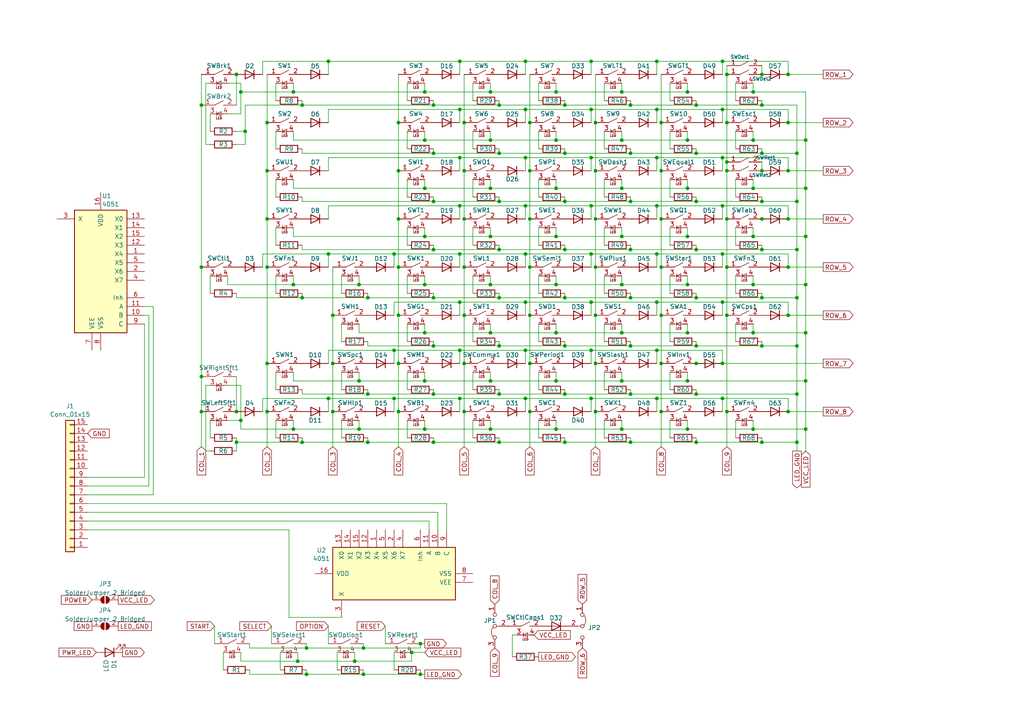
<source format=kicad_sch>
(kicad_sch (version 20230121) (generator eeschema)
  (paper "A4")
  (title_block (title "Decent1200 keyboard") (date "2023-09-03") (rev "1") (company "Decent Consulting"))
  (junction (at 171.45 31.75))
  (junction (at 210.82 21.59))
  (junction (at 114.3 73.66))
  (junction (at 134.62 77.47))
  (junction (at 152.4 31.75))
  (junction (at 152.4 87.63))
  (junction (at 190.5 101.6))
  (junction (at 182.88 58.42))
  (junction (at 201.93 128.27))
  (junction (at 102.87 191.77))
  (junction (at 180.34 96.52))
  (junction (at 228.6 91.44))
  (junction (at 161.29 124.46))
  (junction (at 161.29 82.55))
  (junction (at 210.82 91.44))
  (junction (at 190.5 45.72))
  (junction (at 218.44 68.58))
  (junction (at 182.88 30.48))
  (junction (at 58.42 119.38))
  (junction (at 231.14 58.42))
  (junction (at 133.35 31.75))
  (junction (at 180.34 110.49))
  (junction (at 233.68 124.46))
  (junction (at 134.62 35.56))
  (junction (at 87.63 30.48))
  (junction (at 69.85 121.92))
  (junction (at 95.25 17.78))
  (junction (at 161.29 54.61))
  (junction (at 123.19 124.46))
  (junction (at 190.5 31.75))
  (junction (at 133.35 101.6))
  (junction (at 134.62 105.41))
  (junction (at 77.47 77.47))
  (junction (at 210.82 119.38))
  (junction (at 182.88 114.3))
  (junction (at 153.67 49.53))
  (junction (at 115.57 35.56))
  (junction (at 121.92 195.58))
  (junction (at 144.78 44.45))
  (junction (at 134.62 91.44))
  (junction (at 191.77 77.47))
  (junction (at 199.39 54.61))
  (junction (at 125.73 114.3))
  (junction (at 191.77 91.44))
  (junction (at 77.47 63.5))
  (junction (at 233.68 82.55))
  (junction (at 58.42 30.48))
  (junction (at 85.09 26.67))
  (junction (at 119.38 189.23))
  (junction (at 201.93 100.33))
  (junction (at 142.24 124.46))
  (junction (at 209.55 73.66))
  (junction (at 105.41 187.96))
  (junction (at 233.68 40.64))
  (junction (at 180.34 26.67))
  (junction (at 152.4 115.57))
  (junction (at 123.19 40.64))
  (junction (at 144.78 128.27))
  (junction (at 220.98 86.36))
  (junction (at 231.14 128.27))
  (junction (at 171.45 45.72))
  (junction (at 163.83 86.36))
  (junction (at 142.24 26.67))
  (junction (at 163.83 100.33))
  (junction (at 220.98 21.59))
  (junction (at 201.93 30.48))
  (junction (at 231.14 114.3))
  (junction (at 161.29 40.64))
  (junction (at 218.44 40.64))
  (junction (at 125.73 128.27))
  (junction (at 190.5 17.78))
  (junction (at 142.24 110.49))
  (junction (at 231.14 72.39))
  (junction (at 114.3 115.57))
  (junction (at 220.98 49.53))
  (junction (at 228.6 77.47))
  (junction (at 163.83 72.39))
  (junction (at 133.35 73.66))
  (junction (at 163.83 30.48))
  (junction (at 163.83 58.42))
  (junction (at 104.14 124.46))
  (junction (at 190.5 115.57))
  (junction (at 123.19 110.49))
  (junction (at 201.93 72.39))
  (junction (at 209.55 45.72))
  (junction (at 220.98 58.42))
  (junction (at 180.34 54.61))
  (junction (at 209.55 115.57))
  (junction (at 171.45 17.78))
  (junction (at 115.57 105.41))
  (junction (at 71.12 38.1))
  (junction (at 199.39 40.64))
  (junction (at 182.88 44.45))
  (junction (at 88.9 195.58))
  (junction (at 153.67 35.56))
  (junction (at 171.45 87.63))
  (junction (at 172.72 119.38))
  (junction (at 163.83 114.3))
  (junction (at 106.68 114.3))
  (junction (at 231.14 100.33))
  (junction (at 123.19 54.61))
  (junction (at 68.58 128.27))
  (junction (at 231.14 86.36))
  (junction (at 228.6 63.5))
  (junction (at 153.67 91.44))
  (junction (at 180.34 40.64))
  (junction (at 115.57 49.53))
  (junction (at 171.45 59.69))
  (junction (at 153.67 119.38))
  (junction (at 218.44 82.55))
  (junction (at 106.68 86.36))
  (junction (at 106.68 128.27))
  (junction (at 172.72 35.56))
  (junction (at 125.73 58.42))
  (junction (at 58.42 109.22))
  (junction (at 125.73 86.36))
  (junction (at 85.09 124.46))
  (junction (at 190.5 59.69))
  (junction (at 104.14 82.55))
  (junction (at 114.3 101.6))
  (junction (at 228.6 119.38))
  (junction (at 133.35 17.78))
  (junction (at 190.5 87.63))
  (junction (at 220.98 30.48))
  (junction (at 233.68 54.61))
  (junction (at 153.67 105.41))
  (junction (at 144.78 58.42))
  (junction (at 125.73 30.48))
  (junction (at 142.24 54.61))
  (junction (at 233.68 110.49))
  (junction (at 87.63 86.36))
  (junction (at 172.72 63.5))
  (junction (at 123.19 96.52))
  (junction (at 171.45 115.57))
  (junction (at 96.52 105.41))
  (junction (at 152.4 73.66))
  (junction (at 172.72 77.47))
  (junction (at 182.88 86.36))
  (junction (at 153.67 63.5))
  (junction (at 201.93 105.41))
  (junction (at 191.77 105.41))
  (junction (at 115.57 119.38))
  (junction (at 142.24 40.64))
  (junction (at 199.39 110.49))
  (junction (at 228.6 35.56))
  (junction (at 180.34 68.58))
  (junction (at 218.44 124.46))
  (junction (at 171.45 73.66))
  (junction (at 134.62 49.53))
  (junction (at 191.77 63.5))
  (junction (at 190.5 73.66))
  (junction (at 133.35 59.69))
  (junction (at 199.39 124.46))
  (junction (at 134.62 119.38))
  (junction (at 152.4 17.78))
  (junction (at 144.78 30.48))
  (junction (at 77.47 119.38))
  (junction (at 210.82 35.56))
  (junction (at 77.47 49.53))
  (junction (at 161.29 110.49))
  (junction (at 95.25 115.57))
  (junction (at 201.93 58.42))
  (junction (at 191.77 119.38))
  (junction (at 220.98 72.39))
  (junction (at 142.24 82.55))
  (junction (at 209.55 59.69))
  (junction (at 121.92 186.69))
  (junction (at 228.6 21.59))
  (junction (at 152.4 59.69))
  (junction (at 218.44 54.61))
  (junction (at 163.83 128.27))
  (junction (at 161.29 26.67))
  (junction (at 180.34 124.46))
  (junction (at 209.55 87.63))
  (junction (at 220.98 63.5))
  (junction (at 142.24 68.58))
  (junction (at 218.44 96.52))
  (junction (at 69.85 26.67))
  (junction (at 171.45 101.6))
  (junction (at 96.52 119.38))
  (junction (at 125.73 72.39))
  (junction (at 105.41 195.58))
  (junction (at 233.68 68.58))
  (junction (at 161.29 96.52))
  (junction (at 95.25 73.66))
  (junction (at 182.88 100.33))
  (junction (at 228.6 49.53))
  (junction (at 87.63 128.27))
  (junction (at 163.83 44.45))
  (junction (at 191.77 49.53))
  (junction (at 201.93 114.3))
  (junction (at 199.39 68.58))
  (junction (at 68.58 119.38))
  (junction (at 172.72 49.53))
  (junction (at 86.36 191.77))
  (junction (at 133.35 45.72))
  (junction (at 180.34 82.55))
  (junction (at 68.58 21.59))
  (junction (at 104.14 110.49))
  (junction (at 144.78 114.3))
  (junction (at 123.19 82.55))
  (junction (at 115.57 63.5))
  (junction (at 77.47 35.56))
  (junction (at 125.73 44.45))
  (junction (at 233.68 96.52))
  (junction (at 96.52 91.44))
  (junction (at 182.88 128.27))
  (junction (at 58.42 77.47))
  (junction (at 88.9 187.96))
  (junction (at 201.93 86.36))
  (junction (at 210.82 46.99))
  (junction (at 153.67 77.47))
  (junction (at 144.78 100.33))
  (junction (at 133.35 87.63))
  (junction (at 172.72 105.41))
  (junction (at 115.57 77.47))
  (junction (at 125.73 100.33))
  (junction (at 210.82 63.5))
  (junction (at 134.62 63.5))
  (junction (at 152.4 101.6))
  (junction (at 209.55 17.78))
  (junction (at 144.78 86.36))
  (junction (at 209.55 31.75))
  (junction (at 199.39 96.52))
  (junction (at 85.09 82.55))
  (junction (at 133.35 115.57))
  (junction (at 218.44 26.67))
  (junction (at 142.24 96.52))
  (junction (at 123.19 68.58))
  (junction (at 172.72 91.44))
  (junction (at 161.29 68.58))
  (junction (at 231.14 44.45))
  (junction (at 182.88 72.39))
  (junction (at 199.39 26.67))
  (junction (at 201.93 44.45))
  (junction (at 123.19 26.67))
  (junction (at 77.47 105.41))
  (junction (at 199.39 82.55))
  (junction (at 210.82 49.53))
  (junction (at 209.55 105.41))
  (junction (at 220.98 44.45))
  (junction (at 210.82 77.47))
  (junction (at 115.57 91.44))
  (junction (at 144.78 72.39))
  (junction (at 220.98 100.33))
  (junction (at 191.77 35.56))
  (junction (at 152.4 45.72))
  (junction (at 220.98 128.27))
  (wire (pts (xy 133.35 101.6) (xy 133.35 105.41)))
  (wire (pts (xy 199.39 54.61) (xy 218.44 54.61)))
  (wire (pts (xy 133.35 31.75) (xy 133.35 35.56)))
  (wire (pts (xy 180.34 40.64) (xy 161.29 40.64)))
  (wire (pts (xy 125.73 58.42) (xy 125.73 57.15)))
  (wire (pts (xy 95.25 77.47) (xy 95.25 73.66)))
  (wire (pts (xy 233.68 96.52) (xy 233.68 110.49)))
  (wire (pts (xy 191.77 77.47) (xy 191.77 91.44)))
  (wire (pts (xy 114.3 115.57) (xy 133.35 115.57)))
  (wire (pts (xy 199.39 107.95) (xy 199.39 110.49)))
  (wire (pts (xy 209.55 59.69) (xy 209.55 63.5)))
  (wire (pts (xy 144.78 30.48) (xy 144.78 29.21)))
  (wire (pts (xy 209.55 115.57) (xy 209.55 119.38)))
  (wire (pts (xy 71.12 41.91) (xy 71.12 38.1)))
  (wire (pts (xy 134.62 35.56) (xy 134.62 49.53)))
  (wire (pts (xy 172.72 105.41) (xy 172.72 119.38)))
  (wire (pts (xy 199.39 124.46) (xy 180.34 124.46)))
  (wire (pts (xy 218.44 54.61) (xy 218.44 52.07)))
  (wire (pts (xy 44.45 143.51) (xy 25.4 143.51)))
  (wire (pts (xy 210.82 49.53) (xy 210.82 63.5)))
  (wire (pts (xy 148.59 184.15) (xy 148.59 190.5)))
  (wire (pts (xy 201.93 128.27) (xy 201.93 127)))
  (wire (pts (xy 99.06 107.95) (xy 99.06 113.03)))
  (wire (pts (xy 134.62 105.41) (xy 134.62 119.38)))
  (wire (pts (xy 125.73 114.3) (xy 125.73 113.03)))
  (wire (pts (xy 163.83 72.39) (xy 163.83 71.12)))
  (wire (pts (xy 152.4 17.78) (xy 152.4 21.59)))
  (wire (pts (xy 152.4 73.66) (xy 171.45 73.66)))
  (wire (pts (xy 68.58 41.91) (xy 71.12 41.91)))
  (wire (pts (xy 228.6 87.63) (xy 228.6 91.44)))
  (wire (pts (xy 201.93 99.06) (xy 201.93 100.33)))
  (wire (pts (xy 182.88 100.33) (xy 163.83 100.33)))
  (wire (pts (xy 220.98 86.36) (xy 231.14 86.36)))
  (wire (pts (xy 142.24 110.49) (xy 123.19 110.49)))
  (wire (pts (xy 96.52 105.41) (xy 96.52 119.38)))
  (wire (pts (xy 194.31 24.13) (xy 194.31 29.21)))
  (wire (pts (xy 118.11 121.92) (xy 118.11 127)))
  (wire (pts (xy 201.93 114.3) (xy 231.14 114.3)))
  (wire (pts (xy 175.26 80.01) (xy 175.26 85.09)))
  (wire (pts (xy 153.67 49.53) (xy 153.67 63.5)))
  (wire (pts (xy 80.01 38.1) (xy 80.01 43.18)))
  (wire (pts (xy 182.88 128.27) (xy 163.83 128.27)))
  (wire (pts (xy 218.44 121.92) (xy 218.44 124.46)))
  (wire (pts (xy 156.21 38.1) (xy 156.21 43.18)))
  (wire (pts (xy 180.34 66.04) (xy 180.34 68.58)))
  (wire (pts (xy 228.6 119.38) (xy 228.6 115.57)))
  (wire (pts (xy 121.92 195.58) (xy 105.41 195.58)))
  (wire (pts (xy 123.19 82.55) (xy 104.14 82.55)))
  (wire (pts (xy 228.6 17.78) (xy 228.6 21.59)))
  (wire (pts (xy 210.82 21.59) (xy 210.82 35.56)))
  (wire (pts (xy 152.4 31.75) (xy 152.4 35.56)))
  (wire (pts (xy 231.14 128.27) (xy 231.14 130.81)))
  (wire (pts (xy 182.88 58.42) (xy 182.88 57.15)))
  (wire (pts (xy 134.62 49.53) (xy 134.62 63.5)))
  (wire (pts (xy 149.86 184.15) (xy 148.59 184.15)))
  (wire (pts (xy 152.4 59.69) (xy 171.45 59.69)))
  (wire (pts (xy 72.39 195.58) (xy 72.39 194.31)))
  (wire (pts (xy 142.24 124.46) (xy 123.19 124.46)))
  (wire (pts (xy 190.5 115.57) (xy 209.55 115.57)))
  (wire (pts (xy 220.98 19.05) (xy 220.98 21.59)))
  (wire (pts (xy 68.58 127) (xy 68.58 128.27)))
  (wire (pts (xy 76.2 115.57) (xy 95.25 115.57)))
  (wire (pts (xy 210.82 19.05) (xy 210.82 21.59)))
  (wire (pts (xy 125.73 44.45) (xy 87.63 44.45)))
  (wire (pts (xy 182.88 114.3) (xy 163.83 114.3)))
  (wire (pts (xy 72.39 187.96) (xy 72.39 186.69)))
  (wire (pts (xy 121.92 194.31) (xy 121.92 195.58)))
  (wire (pts (xy 209.55 17.78) (xy 209.55 21.59)))
  (wire (pts (xy 228.6 49.53) (xy 238.76 49.53)))
  (wire (pts (xy 182.88 86.36) (xy 201.93 86.36)))
  (wire (pts (xy 142.24 68.58) (xy 123.19 68.58)))
  (wire (pts (xy 58.42 30.48) (xy 58.42 77.47)))
  (wire (pts (xy 175.26 24.13) (xy 175.26 29.21)))
  (wire (pts (xy 163.83 114.3) (xy 163.83 113.03)))
  (wire (pts (xy 171.45 45.72) (xy 171.45 49.53)))
  (wire (pts (xy 190.5 101.6) (xy 190.5 105.41)))
  (wire (pts (xy 80.01 107.95) (xy 80.01 113.03)))
  (wire (pts (xy 171.45 31.75) (xy 190.5 31.75)))
  (wire (pts (xy 171.45 115.57) (xy 171.45 119.38)))
  (wire (pts (xy 85.09 26.67) (xy 123.19 26.67)))
  (wire (pts (xy 142.24 40.64) (xy 142.24 38.1)))
  (wire (pts (xy 144.78 72.39) (xy 144.78 71.12)))
  (wire (pts (xy 163.83 128.27) (xy 163.83 127)))
  (wire (pts (xy 194.31 80.01) (xy 194.31 85.09)))
  (wire (pts (xy 144.78 58.42) (xy 144.78 57.15)))
  (wire (pts (xy 191.77 35.56) (xy 191.77 49.53)))
  (wire (pts (xy 171.45 17.78) (xy 190.5 17.78)))
  (wire (pts (xy 163.83 72.39) (xy 144.78 72.39)))
  (wire (pts (xy 68.58 86.36) (xy 87.63 86.36)))
  (wire (pts (xy 133.35 45.72) (xy 152.4 45.72)))
  (wire (pts (xy 171.45 73.66) (xy 171.45 77.47)))
  (wire (pts (xy 180.34 26.67) (xy 161.29 26.67)))
  (wire (pts (xy 171.45 31.75) (xy 171.45 35.56)))
  (wire (pts (xy 95.25 119.38) (xy 95.25 115.57)))
  (wire (pts (xy 142.24 54.61) (xy 142.24 52.07)))
  (wire (pts (xy 77.47 119.38) (xy 77.47 129.54)))
  (wire (pts (xy 199.39 26.67) (xy 180.34 26.67)))
  (wire (pts (xy 161.29 124.46) (xy 142.24 124.46)))
  (wire (pts (xy 163.83 58.42) (xy 182.88 58.42)))
  (wire (pts (xy 163.83 44.45) (xy 182.88 44.45)))
  (wire (pts (xy 209.55 101.6) (xy 209.55 105.41)))
  (wire (pts (xy 152.4 31.75) (xy 171.45 31.75)))
  (wire (pts (xy 171.45 45.72) (xy 190.5 45.72)))
  (wire (pts (xy 209.55 73.66) (xy 228.6 73.66)))
  (wire (pts (xy 129.54 153.67) (xy 129.54 146.05)))
  (wire (pts (xy 156.21 80.01) (xy 156.21 85.09)))
  (wire (pts (xy 85.09 110.49) (xy 85.09 107.95)))
  (wire (pts (xy 99.06 93.98) (xy 99.06 99.06)))
  (wire (pts (xy 172.72 35.56) (xy 172.72 49.53)))
  (wire (pts (xy 161.29 96.52) (xy 161.29 93.98)))
  (wire (pts (xy 106.68 114.3) (xy 106.68 113.03)))
  (wire (pts (xy 68.58 85.09) (xy 68.58 86.36)))
  (wire (pts (xy 190.5 45.72) (xy 190.5 49.53)))
  (wire (pts (xy 194.31 107.95) (xy 194.31 113.03)))
  (wire (pts (xy 95.25 31.75) (xy 133.35 31.75)))
  (wire (pts (xy 144.78 128.27) (xy 125.73 128.27)))
  (wire (pts (xy 233.68 26.67) (xy 233.68 40.64)))
  (wire (pts (xy 123.19 124.46) (xy 104.14 124.46)))
  (wire (pts (xy 161.29 40.64) (xy 161.29 38.1)))
  (wire (pts (xy 228.6 73.66) (xy 228.6 77.47)))
  (wire (pts (xy 104.14 110.49) (xy 104.14 107.95)))
  (wire (pts (xy 218.44 26.67) (xy 218.44 24.13)))
  (wire (pts (xy 106.68 128.27) (xy 87.63 128.27)))
  (wire (pts (xy 190.5 17.78) (xy 190.5 21.59)))
  (wire (pts (xy 118.11 24.13) (xy 118.11 29.21)))
  (wire (pts (xy 220.98 128.27) (xy 201.93 128.27)))
  (wire (pts (xy 190.5 87.63) (xy 209.55 87.63)))
  (wire (pts (xy 201.93 58.42) (xy 201.93 57.15)))
  (wire (pts (xy 144.78 114.3) (xy 144.78 113.03)))
  (wire (pts (xy 199.39 110.49) (xy 180.34 110.49)))
  (wire (pts (xy 190.5 73.66) (xy 190.5 77.47)))
  (wire (pts (xy 156.21 93.98) (xy 156.21 99.06)))
  (wire (pts (xy 238.76 105.41) (xy 209.55 105.41)))
  (wire (pts (xy 88.9 186.69) (xy 88.9 187.96)))
  (wire (pts (xy 228.6 31.75) (xy 228.6 35.56)))
  (wire (pts (xy 201.93 72.39) (xy 201.93 71.12)))
  (wire (pts (xy 68.58 128.27) (xy 87.63 128.27)))
  (wire (pts (xy 180.34 80.01) (xy 180.34 82.55)))
  (wire (pts (xy 161.29 96.52) (xy 142.24 96.52)))
  (wire (pts (xy 87.63 57.15) (xy 87.63 58.42)))
  (wire (pts (xy 152.4 101.6) (xy 171.45 101.6)))
  (wire (pts (xy 134.62 63.5) (xy 134.62 77.47)))
  (wire (pts (xy 133.35 115.57) (xy 133.35 119.38)))
  (wire (pts (xy 161.29 124.46) (xy 161.29 121.92)))
  (wire (pts (xy 66.04 33.02) (xy 69.85 33.02)))
  (wire (pts (xy 199.39 96.52) (xy 218.44 96.52)))
  (wire (pts (xy 144.78 72.39) (xy 125.73 72.39)))
  (wire (pts (xy 142.24 68.58) (xy 142.24 66.04)))
  (wire (pts (xy 213.36 66.04) (xy 213.36 71.12)))
  (wire (pts (xy 210.82 63.5) (xy 210.82 77.47)))
  (wire (pts (xy 87.63 72.39) (xy 87.63 71.12)))
  (wire (pts (xy 59.69 41.91) (xy 60.96 41.91)))
  (wire (pts (xy 96.52 91.44) (xy 96.52 105.41)))
  (wire (pts (xy 218.44 68.58) (xy 218.44 66.04)))
  (wire (pts (xy 199.39 110.49) (xy 233.68 110.49)))
  (wire (pts (xy 182.88 58.42) (xy 201.93 58.42)))
  (wire (pts (xy 144.78 44.45) (xy 163.83 44.45)))
  (wire (pts (xy 114.3 189.23) (xy 114.3 194.31)))
  (wire (pts (xy 161.29 40.64) (xy 142.24 40.64)))
  (wire (pts (xy 83.82 153.67) (xy 83.82 179.07)))
  (wire (pts (xy 218.44 54.61) (xy 233.68 54.61)))
  (wire (pts (xy 121.92 187.96) (xy 105.41 187.96)))
  (wire (pts (xy 191.77 63.5) (xy 191.77 77.47)))
  (wire (pts (xy 125.73 44.45) (xy 125.73 43.18)))
  (wire (pts (xy 87.63 30.48) (xy 87.63 29.21)))
  (wire (pts (xy 144.78 128.27) (xy 144.78 127)))
  (wire (pts (xy 104.14 124.46) (xy 85.09 124.46)))
  (wire (pts (xy 134.62 91.44) (xy 134.62 105.41)))
  (wire (pts (xy 191.77 105.41) (xy 191.77 119.38)))
  (wire (pts (xy 58.42 109.22) (xy 58.42 119.38)))
  (wire (pts (xy 87.63 30.48) (xy 125.73 30.48)))
  (wire (pts (xy 95.25 105.41) (xy 95.25 101.6)))
  (wire (pts (xy 152.4 115.57) (xy 152.4 119.38)))
  (wire (pts (xy 77.47 21.59) (xy 77.47 35.56)))
  (wire (pts (xy 220.98 43.18) (xy 220.98 44.45)))
  (wire (pts (xy 180.34 82.55) (xy 161.29 82.55)))
  (wire (pts (xy 161.29 54.61) (xy 142.24 54.61)))
  (wire (pts (xy 123.19 82.55) (xy 123.19 80.01)))
  (wire (pts (xy 142.24 26.67) (xy 123.19 26.67)))
  (wire (pts (xy 182.88 100.33) (xy 201.93 100.33)))
  (wire (pts (xy 80.01 52.07) (xy 80.01 57.15)))
  (wire (pts (xy 133.35 59.69) (xy 133.35 63.5)))
  (wire (pts (xy 106.68 86.36) (xy 87.63 86.36)))
  (wire (pts (xy 190.5 45.72) (xy 209.55 45.72)))
  (wire (pts (xy 25.4 153.67) (xy 83.82 153.67)))
  (wire (pts (xy 125.73 114.3) (xy 106.68 114.3)))
  (wire (pts (xy 80.01 24.13) (xy 80.01 29.21)))
  (wire (pts (xy 123.19 26.67) (xy 123.19 24.13)))
  (wire (pts (xy 218.44 26.67) (xy 233.68 26.67)))
  (wire (pts (xy 115.57 91.44) (xy 115.57 105.41)))
  (wire (pts (xy 213.36 80.01) (xy 213.36 85.09)))
  (wire (pts (xy 81.28 189.23) (xy 81.28 194.31)))
  (wire (pts (xy 95.25 17.78) (xy 133.35 17.78)))
  (wire (pts (xy 144.78 30.48) (xy 125.73 30.48)))
  (wire (pts (xy 114.3 115.57) (xy 114.3 119.38)))
  (wire (pts (xy 106.68 128.27) (xy 106.68 127)))
  (wire (pts (xy 163.83 128.27) (xy 144.78 128.27)))
  (wire (pts (xy 85.09 68.58) (xy 85.09 66.04)))
  (wire (pts (xy 77.47 77.47) (xy 77.47 105.41)))
  (wire (pts (xy 152.4 87.63) (xy 171.45 87.63)))
  (wire (pts (xy 218.44 40.64) (xy 233.68 40.64)))
  (wire (pts (xy 210.82 35.56) (xy 210.82 46.99)))
  (wire (pts (xy 104.14 82.55) (xy 104.14 80.01)))
  (wire (pts (xy 156.21 121.92) (xy 156.21 127)))
  (wire (pts (xy 133.35 101.6) (xy 152.4 101.6)))
  (wire (pts (xy 118.11 66.04) (xy 118.11 71.12)))
  (wire (pts (xy 115.57 77.47) (xy 115.57 91.44)))
  (wire (pts (xy 68.58 38.1) (xy 71.12 38.1)))
  (wire (pts (xy 58.42 21.59) (xy 58.42 30.48)))
  (wire (pts (xy 199.39 68.58) (xy 199.39 66.04)))
  (wire (pts (xy 218.44 80.01) (xy 218.44 82.55)))
  (wire (pts (xy 85.09 124.46) (xy 85.09 121.92)))
  (wire (pts (xy 121.92 186.69) (xy 121.92 187.96)))
  (wire (pts (xy 153.67 119.38) (xy 153.67 129.54)))
  (wire (pts (xy 199.39 93.98) (xy 199.39 96.52)))
  (wire (pts (xy 152.4 73.66) (xy 152.4 77.47)))
  (wire (pts (xy 123.19 96.52) (xy 123.19 93.98)))
  (wire (pts (xy 133.35 45.72) (xy 133.35 49.53)))
  (wire (pts (xy 180.34 93.98) (xy 180.34 96.52)))
  (wire (pts (xy 86.36 189.23) (xy 86.36 191.77)))
  (wire (pts (xy 144.78 43.18) (xy 144.78 44.45)))
  (wire (pts (xy 220.98 58.42) (xy 231.14 58.42)))
  (wire (pts (xy 123.19 124.46) (xy 123.19 121.92)))
  (wire (pts (xy 60.96 80.01) (xy 60.96 85.09)))
  (wire (pts (xy 191.77 21.59) (xy 191.77 35.56)))
  (wire (pts (xy 60.96 33.02) (xy 60.96 38.1)))
  (wire (pts (xy 180.34 68.58) (xy 161.29 68.58)))
  (wire (pts (xy 182.88 44.45) (xy 182.88 43.18)))
  (wire (pts (xy 125.73 100.33) (xy 125.73 99.06)))
  (wire (pts (xy 163.83 100.33) (xy 163.83 99.06)))
  (wire (pts (xy 102.87 191.77) (xy 119.38 191.77)))
  (wire (pts (xy 87.63 44.45) (xy 87.63 43.18)))
  (wire (pts (xy 190.5 115.57) (xy 190.5 119.38)))
  (wire (pts (xy 80.01 121.92) (xy 80.01 127)))
  (wire (pts (xy 209.55 115.57) (xy 228.6 115.57)))
  (wire (pts (xy 137.16 80.01) (xy 137.16 85.09)))
  (wire (pts (xy 199.39 26.67) (xy 199.39 24.13)))
  (wire (pts (xy 123.19 68.58) (xy 123.19 66.04)))
  (wire (pts (xy 194.31 121.92) (xy 194.31 127)))
  (wire (pts (xy 171.45 17.78) (xy 171.45 21.59)))
  (wire (pts (xy 69.85 121.92) (xy 69.85 124.46)))
  (wire (pts (xy 104.14 96.52) (xy 104.14 93.98)))
  (wire (pts (xy 213.36 38.1) (xy 213.36 43.18)))
  (wire (pts (xy 190.5 73.66) (xy 209.55 73.66)))
  (wire (pts (xy 163.83 114.3) (xy 144.78 114.3)))
  (wire (pts (xy 201.93 86.36) (xy 220.98 86.36)))
  (wire (pts (xy 99.06 121.92) (xy 99.06 127)))
  (wire (pts (xy 106.68 100.33) (xy 106.68 99.06)))
  (wire (pts (xy 87.63 86.36) (xy 87.63 85.09)))
  (wire (pts (xy 68.58 21.59) (xy 68.58 30.48)))
  (wire (pts (xy 190.5 101.6) (xy 209.55 101.6)))
  (wire (pts (xy 95.25 35.56) (xy 95.25 31.75)))
  (wire (pts (xy 163.83 30.48) (xy 144.78 30.48)))
  (wire (pts (xy 69.85 111.76) (xy 69.85 121.92)))
  (wire (pts (xy 201.93 100.33) (xy 220.98 100.33)))
  (wire (pts (xy 43.18 91.44) (xy 43.18 140.97)))
  (wire (pts (xy 194.31 93.98) (xy 194.31 99.06)))
  (wire (pts (xy 123.19 110.49) (xy 123.19 107.95)))
  (wire (pts (xy 58.42 119.38) (xy 58.42 129.54)))
  (wire (pts (xy 231.14 100.33) (xy 231.14 114.3)))
  (wire (pts (xy 199.39 82.55) (xy 218.44 82.55)))
  (wire (pts (xy 152.4 101.6) (xy 152.4 105.41)))
  (wire (pts (xy 134.62 21.59) (xy 134.62 35.56)))
  (wire (pts (xy 129.54 146.05) (xy 25.4 146.05)))
  (wire (pts (xy 220.98 100.33) (xy 231.14 100.33)))
  (wire (pts (xy 156.21 52.07) (xy 156.21 57.15)))
  (wire (pts (xy 191.77 119.38) (xy 191.77 129.54)))
  (wire (pts (xy 153.67 63.5) (xy 153.67 77.47)))
  (wire (pts (xy 163.83 100.33) (xy 144.78 100.33)))
  (wire (pts (xy 133.35 73.66) (xy 133.35 77.47)))
  (wire (pts (xy 199.39 54.61) (xy 180.34 54.61)))
  (wire (pts (xy 172.72 119.38) (xy 172.72 129.54)))
  (wire (pts (xy 233.68 110.49) (xy 233.68 124.46)))
  (wire (pts (xy 180.34 96.52) (xy 199.39 96.52)))
  (wire (pts (xy 201.93 105.41) (xy 209.55 105.41)))
  (wire (pts (xy 156.21 24.13) (xy 156.21 29.21)))
  (wire (pts (xy 153.67 21.59) (xy 153.67 35.56)))
  (wire (pts (xy 161.29 82.55) (xy 142.24 82.55)))
  (wire (pts (xy 142.24 96.52) (xy 123.19 96.52)))
  (wire (pts (xy 182.88 85.09) (xy 182.88 86.36)))
  (wire (pts (xy 209.55 31.75) (xy 209.55 35.56)))
  (wire (pts (xy 199.39 40.64) (xy 218.44 40.64)))
  (wire (pts (xy 213.36 24.13) (xy 213.36 29.21)))
  (wire (pts (xy 95.25 59.69) (xy 133.35 59.69)))
  (wire (pts (xy 220.98 44.45) (xy 201.93 44.45)))
  (wire (pts (xy 201.93 85.09) (xy 201.93 86.36)))
  (wire (pts (xy 228.6 21.59) (xy 238.76 21.59)))
  (wire (pts (xy 213.36 121.92) (xy 213.36 127)))
  (wire (pts (xy 153.67 91.44) (xy 153.67 105.41)))
  (wire (pts (xy 182.88 44.45) (xy 201.93 44.45)))
  (wire (pts (xy 123.19 68.58) (xy 85.09 68.58)))
  (wire (pts (xy 66.04 80.01) (xy 66.04 82.55)))
  (wire (pts (xy 85.09 40.64) (xy 85.09 38.1)))
  (wire (pts (xy 76.2 21.59) (xy 76.2 17.78)))
  (wire (pts (xy 114.3 101.6) (xy 133.35 101.6)))
  (wire (pts (xy 123.19 110.49) (xy 104.14 110.49)))
  (wire (pts (xy 134.62 77.47) (xy 134.62 91.44)))
  (wire (pts (xy 199.39 124.46) (xy 218.44 124.46)))
  (wire (pts (xy 60.96 111.76) (xy 59.69 111.76)))
  (wire (pts (xy 125.73 30.48) (xy 125.73 29.21)))
  (wire (pts (xy 194.31 52.07) (xy 194.31 57.15)))
  (wire (pts (xy 88.9 187.96) (xy 105.41 187.96)))
  (wire (pts (xy 161.29 26.67) (xy 142.24 26.67)))
  (wire (pts (xy 115.57 105.41) (xy 115.57 119.38)))
  (wire (pts (xy 64.77 189.23) (xy 64.77 194.31)))
  (wire (pts (xy 142.24 26.67) (xy 142.24 24.13)))
  (wire (pts (xy 199.39 68.58) (xy 218.44 68.58)))
  (wire (pts (xy 172.72 63.5) (xy 172.72 77.47)))
  (wire (pts (xy 171.45 59.69) (xy 171.45 63.5)))
  (wire (pts (xy 76.2 17.78) (xy 95.25 17.78)))
  (wire (pts (xy 144.78 44.45) (xy 125.73 44.45)))
  (wire (pts (xy 191.77 91.44) (xy 191.77 105.41)))
  (wire (pts (xy 114.3 91.44) (xy 114.3 87.63)))
  (wire (pts (xy 152.4 115.57) (xy 171.45 115.57)))
  (wire (pts (xy 78.74 181.61) (xy 78.74 186.69)))
  (wire (pts (xy 180.34 110.49) (xy 161.29 110.49)))
  (wire (pts (xy 115.57 63.5) (xy 115.57 77.47)))
  (wire (pts (xy 190.5 59.69) (xy 190.5 63.5)))
  (wire (pts (xy 220.98 72.39) (xy 231.14 72.39)))
  (wire (pts (xy 210.82 119.38) (xy 210.82 129.54)))
  (wire (pts (xy 88.9 195.58) (xy 88.9 194.31)))
  (wire (pts (xy 220.98 63.5) (xy 228.6 63.5)))
  (wire (pts (xy 161.29 26.67) (xy 161.29 24.13)))
  (wire (pts (xy 95.25 63.5) (xy 95.25 59.69)))
  (wire (pts (xy 213.36 52.07) (xy 213.36 57.15)))
  (wire (pts (xy 152.4 45.72) (xy 171.45 45.72)))
  (wire (pts (xy 231.14 30.48) (xy 231.14 44.45)))
  (wire (pts (xy 83.82 179.07) (xy 99.06 179.07)))
  (wire (pts (xy 220.98 100.33) (xy 220.98 99.06)))
  (wire (pts (xy 233.68 68.58) (xy 233.68 82.55)))
  (wire (pts (xy 199.39 38.1) (xy 199.39 40.64)))
  (wire (pts (xy 69.85 26.67) (xy 69.85 24.13)))
  (wire (pts (xy 142.24 54.61) (xy 123.19 54.61)))
  (wire (pts (xy 180.34 40.64) (xy 180.34 38.1)))
  (wire (pts (xy 41.91 138.43) (xy 25.4 138.43)))
  (wire (pts (xy 119.38 191.77) (xy 119.38 189.23)))
  (wire (pts (xy 171.45 101.6) (xy 171.45 105.41)))
  (wire (pts (xy 161.29 110.49) (xy 142.24 110.49)))
  (wire (pts (xy 88.9 195.58) (xy 72.39 195.58)))
  (wire (pts (xy 231.14 114.3) (xy 231.14 128.27)))
  (wire (pts (xy 201.93 58.42) (xy 220.98 58.42)))
  (wire (pts (xy 133.35 115.57) (xy 152.4 115.57)))
  (wire (pts (xy 118.11 38.1) (xy 118.11 43.18)))
  (wire (pts (xy 180.34 82.55) (xy 199.39 82.55)))
  (wire (pts (xy 175.26 66.04) (xy 175.26 71.12)))
  (wire (pts (xy 95.25 181.61) (xy 95.25 186.69)))
  (wire (pts (xy 182.88 29.21) (xy 182.88 30.48)))
  (wire (pts (xy 228.6 63.5) (xy 238.76 63.5)))
  (wire (pts (xy 210.82 91.44) (xy 210.82 119.38)))
  (wire (pts (xy 231.14 58.42) (xy 231.14 72.39)))
  (wire (pts (xy 59.69 111.76) (xy 59.69 130.81)))
  (wire (pts (xy 190.5 17.78) (xy 209.55 17.78)))
  (wire (pts (xy 233.68 40.64) (xy 233.68 54.61)))
  (wire (pts (xy 69.85 33.02) (xy 69.85 26.67)))
  (wire (pts (xy 218.44 96.52) (xy 233.68 96.52)))
  (wire (pts (xy 95.25 101.6) (xy 114.3 101.6)))
  (wire (pts (xy 123.19 96.52) (xy 104.14 96.52)))
  (wire (pts (xy 121.92 186.69) (xy 123.19 186.69)))
  (wire (pts (xy 123.19 54.61) (xy 123.19 52.07)))
  (wire (pts (xy 231.14 86.36) (xy 231.14 100.33)))
  (wire (pts (xy 228.6 77.47) (xy 238.76 77.47)))
  (wire (pts (xy 142.24 82.55) (xy 142.24 80.01)))
  (wire (pts (xy 142.24 40.64) (xy 123.19 40.64)))
  (wire (pts (xy 106.68 114.3) (xy 87.63 114.3)))
  (wire (pts (xy 180.34 68.58) (xy 199.39 68.58)))
  (wire (pts (xy 199.39 40.64) (xy 180.34 40.64)))
  (wire (pts (xy 152.4 87.63) (xy 152.4 91.44)))
  (wire (pts (xy 220.98 44.45) (xy 231.14 44.45)))
  (wire (pts (xy 218.44 40.64) (xy 218.44 38.1)))
  (wire (pts (xy 72.39 187.96) (xy 88.9 187.96)))
  (wire (pts (xy 209.55 45.72) (xy 228.6 45.72)))
  (wire (pts (xy 194.31 38.1) (xy 194.31 43.18)))
  (wire (pts (xy 219.71 49.53) (xy 220.98 49.53)))
  (wire (pts (xy 111.76 181.61) (xy 111.76 186.69)))
  (wire (pts (xy 144.78 100.33) (xy 144.78 99.06)))
  (wire (pts (xy 171.45 73.66) (xy 190.5 73.66)))
  (wire (pts (xy 102.87 189.23) (xy 102.87 191.77)))
  (wire (pts (xy 182.88 72.39) (xy 163.83 72.39)))
  (wire (pts (xy 220.98 30.48) (xy 231.14 30.48)))
  (wire (pts (xy 87.63 58.42) (xy 125.73 58.42)))
  (wire (pts (xy 218.44 26.67) (xy 199.39 26.67)))
  (wire (pts (xy 125.73 72.39) (xy 125.73 71.12)))
  (wire (pts (xy 134.62 119.38) (xy 134.62 129.54)))
  (wire (pts (xy 69.85 189.23) (xy 69.85 191.77)))
  (wire (pts (xy 220.98 85.09) (xy 220.98 86.36)))
  (wire (pts (xy 104.14 124.46) (xy 104.14 121.92)))
  (wire (pts (xy 104.14 110.49) (xy 85.09 110.49)))
  (wire (pts (xy 105.41 195.58) (xy 105.41 194.31)))
  (wire (pts (xy 66.04 121.92) (xy 69.85 121.92)))
  (wire (pts (xy 152.4 59.69) (xy 152.4 63.5)))
  (wire (pts (xy 77.47 35.56) (xy 77.47 49.53)))
  (wire (pts (xy 218.44 82.55) (xy 233.68 82.55)))
  (wire (pts (xy 228.6 35.56) (xy 238.76 35.56)))
  (wire (pts (xy 213.36 93.98) (xy 213.36 99.06)))
  (wire (pts (xy 142.24 96.52) (xy 142.24 93.98)))
  (wire (pts (xy 133.35 87.63) (xy 133.35 91.44)))
  (wire (pts (xy 156.21 107.95) (xy 156.21 113.03)))
  (wire (pts (xy 152.4 45.72) (xy 152.4 49.53)))
  (wire (pts (xy 125.73 100.33) (xy 106.68 100.33)))
  (wire (pts (xy 95.25 49.53) (xy 95.25 45.72)))
  (wire (pts (xy 209.55 45.72) (xy 209.55 49.53)))
  (wire (pts (xy 210.82 46.99) (xy 210.82 49.53)))
  (wire (pts (xy 121.92 195.58) (xy 123.19 195.58)))
  (wire (pts (xy 171.45 87.63) (xy 171.45 91.44)))
  (wire (pts (xy 114.3 101.6) (xy 114.3 105.41)))
  (wire (pts (xy 220.98 30.48) (xy 220.98 29.21)))
  (wire (pts (xy 137.16 93.98) (xy 137.16 99.06)))
  (wire (pts (xy 190.5 31.75) (xy 209.55 31.75)))
  (wire (pts (xy 201.93 72.39) (xy 220.98 72.39)))
  (wire (pts (xy 41.91 93.98) (xy 41.91 138.43)))
  (wire (pts (xy 97.79 189.23) (xy 97.79 194.31)))
  (wire (pts (xy 66.04 82.55) (xy 85.09 82.55)))
  (wire (pts (xy 60.96 121.92) (xy 60.96 127)))
  (wire (pts (xy 175.26 107.95) (xy 175.26 113.03)))
  (wire (pts (xy 180.34 124.46) (xy 161.29 124.46)))
  (wire (pts (xy 142.24 124.46) (xy 142.24 121.92)))
  (wire (pts (xy 85.09 54.61) (xy 85.09 52.07)))
  (wire (pts (xy 104.14 82.55) (xy 85.09 82.55)))
  (wire (pts (xy 182.88 114.3) (xy 201.93 114.3)))
  (wire (pts (xy 86.36 191.77) (xy 102.87 191.77)))
  (wire (pts (xy 69.85 26.67) (xy 85.09 26.67)))
  (wire (pts (xy 105.41 195.58) (xy 88.9 195.58)))
  (wire (pts (xy 163.83 29.21) (xy 163.83 30.48)))
  (wire (pts (xy 123.19 54.61) (xy 85.09 54.61)))
  (wire (pts (xy 220.98 58.42) (xy 220.98 57.15)))
  (wire (pts (xy 115.57 21.59) (xy 115.57 35.56)))
  (wire (pts (xy 142.24 110.49) (xy 142.24 107.95)))
  (wire (pts (xy 180.34 54.61) (xy 161.29 54.61)))
  (wire (pts (xy 209.55 31.75) (xy 228.6 31.75)))
  (wire (pts (xy 71.12 38.1) (xy 71.12 30.48)))
  (wire (pts (xy 105.41 187.96) (xy 105.41 186.69)))
  (wire (pts (xy 153.67 35.56) (xy 153.67 49.53)))
  (wire (pts (xy 163.83 58.42) (xy 163.83 57.15)))
  (wire (pts (xy 69.85 191.77) (xy 86.36 191.77)))
  (wire (pts (xy 156.21 66.04) (xy 156.21 71.12)))
  (wire (pts (xy 58.42 77.47) (xy 58.42 109.22)))
  (wire (pts (xy 60.96 24.13) (xy 59.69 24.13)))
  (wire (pts (xy 182.88 86.36) (xy 163.83 86.36)))
  (wire (pts (xy 41.91 91.44) (xy 43.18 91.44)))
  (wire (pts (xy 127 153.67) (xy 127 148.59)))
  (wire (pts (xy 180.34 26.67) (xy 180.34 24.13)))
  (wire (pts (xy 201.93 30.48) (xy 201.93 29.21)))
  (wire (pts (xy 228.6 59.69) (xy 228.6 63.5)))
  (wire (pts (xy 77.47 105.41) (xy 77.47 119.38)))
  (wire (pts (xy 233.68 124.46) (xy 233.68 130.81)))
  (wire (pts (xy 95.25 17.78) (xy 95.25 21.59)))
  (wire (pts (xy 163.83 86.36) (xy 163.83 85.09)))
  (wire (pts (xy 161.29 110.49) (xy 161.29 107.95)))
  (wire (pts (xy 172.72 49.53) (xy 172.72 63.5)))
  (wire (pts (xy 85.09 82.55) (xy 85.09 80.01)))
  (wire (pts (xy 163.83 44.45) (xy 163.83 43.18)))
  (wire (pts (xy 133.35 17.78) (xy 152.4 17.78)))
  (wire (pts (xy 199.39 124.46) (xy 199.39 121.92)))
  (wire (pts (xy 125.73 58.42) (xy 144.78 58.42)))
  (wire (pts (xy 172.72 77.47) (xy 172.72 91.44)))
  (wire (pts (xy 133.35 31.75) (xy 152.4 31.75)))
  (wire (pts (xy 118.11 107.95) (xy 118.11 113.03)))
  (wire (pts (xy 125.73 128.27) (xy 125.73 127)))
  (wire (pts (xy 190.5 31.75) (xy 190.5 35.56)))
  (wire (pts (xy 199.39 54.61) (xy 199.39 52.07)))
  (wire (pts (xy 137.16 66.04) (xy 137.16 71.12)))
  (wire (pts (xy 80.01 80.01) (xy 80.01 85.09)))
  (wire (pts (xy 115.57 49.53) (xy 115.57 63.5)))
  (wire (pts (xy 137.16 38.1) (xy 137.16 43.18)))
  (wire (pts (xy 201.93 113.03) (xy 201.93 114.3)))
  (wire (pts (xy 43.18 140.97) (xy 25.4 140.97)))
  (wire (pts (xy 124.46 151.13) (xy 25.4 151.13)))
  (wire (pts (xy 220.98 127) (xy 220.98 128.27)))
  (wire (pts (xy 96.52 77.47) (xy 96.52 91.44)))
  (wire (pts (xy 180.34 96.52) (xy 161.29 96.52)))
  (wire (pts (xy 209.55 59.69) (xy 228.6 59.69)))
  (wire (pts (xy 153.67 77.47) (xy 153.67 91.44)))
  (wire (pts (xy 228.6 119.38) (xy 238.76 119.38)))
  (wire (pts (xy 87.63 114.3) (xy 87.63 113.03)))
  (wire (pts (xy 161.29 68.58) (xy 161.29 66.04)))
  (wire (pts (xy 115.57 35.56) (xy 115.57 49.53)))
  (wire (pts (xy 80.01 66.04) (xy 80.01 71.12)))
  (wire (pts (xy 152.4 17.78) (xy 171.45 17.78)))
  (wire (pts (xy 231.14 44.45) (xy 231.14 58.42)))
  (wire (pts (xy 144.78 86.36) (xy 125.73 86.36)))
  (wire (pts (xy 144.78 58.42) (xy 163.83 58.42)))
  (wire (pts (xy 142.24 82.55) (xy 123.19 82.55)))
  (wire (pts (xy 209.55 73.66) (xy 209.55 77.47)))
  (wire (pts (xy 194.31 66.04) (xy 194.31 71.12)))
  (wire (pts (xy 182.88 72.39) (xy 201.93 72.39)))
  (wire (pts (xy 175.26 52.07) (xy 175.26 57.15)))
  (wire (pts (xy 125.73 86.36) (xy 106.68 86.36)))
  (wire (pts (xy 127 148.59) (xy 25.4 148.59)))
  (wire (pts (xy 171.45 115.57) (xy 190.5 115.57)))
  (wire (pts (xy 125.73 72.39) (xy 87.63 72.39)))
  (wire (pts (xy 161.29 82.55) (xy 161.29 80.01)))
  (wire (pts (xy 218.44 124.46) (xy 233.68 124.46)))
  (wire (pts (xy 68.58 109.22) (xy 68.58 119.38)))
  (wire (pts (xy 137.16 121.92) (xy 137.16 127)))
  (wire (pts (xy 133.35 59.69) (xy 152.4 59.69)))
  (wire (pts (xy 191.77 49.53) (xy 191.77 63.5)))
  (wire (pts (xy 171.45 101.6) (xy 190.5 101.6)))
  (wire (pts (xy 182.88 99.06) (xy 182.88 100.33)))
  (wire (pts (xy 144.78 100.33) (xy 125.73 100.33)))
  (wire (pts (xy 175.26 38.1) (xy 175.26 43.18)))
  (wire (pts (xy 106.68 86.36) (xy 106.68 85.09)))
  (wire (pts (xy 180.34 124.46) (xy 180.34 121.92)))
  (wire (pts (xy 233.68 82.55) (xy 233.68 96.52)))
  (wire (pts (xy 228.6 91.44) (xy 238.76 91.44)))
  (wire (pts (xy 125.73 128.27) (xy 106.68 128.27)))
  (wire (pts (xy 171.45 87.63) (xy 190.5 87.63)))
  (wire (pts (xy 218.44 68.58) (xy 233.68 68.58)))
  (wire (pts (xy 44.45 88.9) (xy 44.45 143.51)))
  (wire (pts (xy 59.69 24.13) (xy 59.69 41.91)))
  (wire (pts (xy 201.93 44.45) (xy 201.93 43.18)))
  (wire (pts (xy 182.88 128.27) (xy 182.88 127)))
  (wire (pts (xy 87.63 128.27) (xy 87.63 127)))
  (wire (pts (xy 209.55 87.63) (xy 228.6 87.63)))
  (wire (pts (xy 85.09 26.67) (xy 85.09 24.13)))
  (wire (pts (xy 96.52 119.38) (xy 96.52 129.54)))
  (wire (pts (xy 218.44 96.52) (xy 218.44 93.98)))
  (wire (pts (xy 209.55 17.78) (xy 228.6 17.78)))
  (wire (pts (xy 228.6 45.72) (xy 228.6 49.53)))
  (wire (pts (xy 182.88 71.12) (xy 182.88 72.39)))
  (wire (pts (xy 209.55 87.63) (xy 209.55 91.44)))
  (wire (pts (xy 220.98 72.39) (xy 220.98 71.12)))
  (wire (pts (xy 201.93 128.27) (xy 182.88 128.27)))
  (wire (pts (xy 59.69 130.81) (xy 60.96 130.81)))
  (wire (pts (xy 231.14 72.39) (xy 231.14 86.36)))
  (wire (pts (xy 124.46 153.67) (xy 124.46 151.13)))
  (wire (pts (xy 172.72 21.59) (xy 172.72 35.56)))
  (wire (pts (xy 114.3 73.66) (xy 114.3 77.47)))
  (wire (pts (xy 123.19 40.64) (xy 85.09 40.64)))
  (wire (pts (xy 123.19 40.64) (xy 123.19 38.1)))
  (wire (pts (xy 119.38 189.23) (xy 123.19 189.23)))
  (wire (pts (xy 66.04 111.76) (xy 69.85 111.76)))
  (wire (pts (xy 125.73 86.36) (xy 125.73 85.09)))
  (wire (pts (xy 233.68 54.61) (xy 233.68 68.58)))
  (wire (pts (xy 99.06 80.01) (xy 99.06 85.09)))
  (wire (pts (xy 71.12 30.48) (xy 87.63 30.48)))
  (wire (pts (xy 137.16 52.07) (xy 137.16 57.15)))
  (wire (pts (xy 77.47 63.5) (xy 77.47 77.47)))
  (wire (pts (xy 180.34 110.49) (xy 180.34 107.95)))
  (wire (pts (xy 137.16 107.95) (xy 137.16 113.03)))
  (wire (pts (xy 77.47 49.53) (xy 77.47 63.5)))
  (wire (pts (xy 190.5 59.69) (xy 209.55 59.69)))
  (wire (pts (xy 76.2 119.38) (xy 76.2 115.57)))
  (wire (pts (xy 118.11 93.98) (xy 118.11 99.06)))
  (wire (pts (xy 133.35 73.66) (xy 152.4 73.66)))
  (wire (pts (xy 175.26 121.92) (xy 175.26 127)))
  (wire (pts (xy 66.04 24.13) (xy 69.85 24.13)))
  (wire (pts (xy 41.91 88.9) (xy 44.45 88.9)))
  (wire (pts (xy 133.35 87.63) (xy 152.4 87.63)))
  (wire (pts (xy 144.78 86.36) (xy 144.78 85.09)))
  (wire (pts (xy 62.23 181.61) (xy 62.23 186.69)))
  (wire (pts (xy 118.11 80.01) (xy 118.11 85.09)))
  (wire (pts (xy 114.3 87.63) (xy 133.35 87.63)))
  (wire (pts (xy 161.29 68.58) (xy 142.24 68.58)))
  (wire (pts (xy 163.83 30.48) (xy 182.88 30.48)))
  (wire (pts (xy 114.3 73.66) (xy 133.35 73.66)))
  (wire (pts (xy 190.5 87.63) (xy 190.5 91.44)))
  (wire (pts (xy 153.67 105.41) (xy 153.67 119.38)))
  (wire (pts (xy 68.58 128.27) (xy 68.58 130.81)))
  (wire (pts (xy 85.09 124.46) (xy 69.85 124.46)))
  (wire (pts (xy 220.98 46.99) (xy 220.98 49.53)))
  (wire (pts (xy 133.35 17.78) (xy 133.35 21.59)))
  (wire (pts (xy 95.25 115.57) (xy 114.3 115.57)))
  (wire (pts (xy 118.11 52.07) (xy 118.11 57.15)))
  (wire (pts (xy 144.78 114.3) (xy 125.73 114.3)))
  (wire (pts (xy 175.26 93.98) (xy 175.26 99.06)))
  (wire (pts (xy 76.2 77.47) (xy 76.2 73.66)))
  (wire (pts (xy 171.45 59.69) (xy 190.5 59.69)))
  (wire (pts (xy 76.2 73.66) (xy 95.25 73.66)))
  (wire (pts (xy 163.83 86.36) (xy 144.78 86.36)))
  (wire (pts (xy 180.34 54.61) (xy 180.34 52.07)))
  (wire (pts (xy 137.16 24.13) (xy 137.16 29.21)))
  (wire (pts (xy 95.25 73.66) (xy 114.3 73.66)))
  (wire (pts (xy 182.88 30.48) (xy 201.93 30.48)))
  (wire (pts (xy 210.82 77.47) (xy 210.82 91.44)))
  (wire (pts (xy 161.29 54.61) (xy 161.29 52.07)))
  (wire (pts (xy 182.88 113.03) (xy 182.88 114.3)))
  (wire (pts (xy 199.39 80.01) (xy 199.39 82.55)))
  (wire (pts (xy 115.57 119.38) (xy 115.57 129.54)))
  (wire (pts (xy 172.72 91.44) (xy 172.72 105.41)))
  (wire (pts (xy 220.98 128.27) (xy 231.14 128.27)))
  (wire (pts (xy 201.93 30.48) (xy 220.98 30.48)))
  (wire (pts (xy 95.25 45.72) (xy 133.35 45.72)))
  (global_label "LED_GND" (shape output) (at 231.14 130.81 270) (property "Intersheetrefs" "${INTERSHEET_REFS}" (effects hide)))
  (global_label "COL_9" (shape output) (at -24.13 213.36 270) (property "Intersheetrefs" "${INTERSHEET_REFS}" (effects hide)))
  (global_label "ROW_2" (shape input) (at -33.02 137.16 90) (property "Intersheetrefs" "${INTERSHEET_REFS}" (effects hide)))
  (global_label "ROW_5" (shape output) (at 238.76 77.47 0) (property "Intersheetrefs" "${INTERSHEET_REFS}" (effects hide)))
  (global_label "VCC_LED" (shape input) (at 154.94 184.15 0) (property "Intersheetrefs" "${INTERSHEET_REFS}" (effects hide)))
  (global_label "COL_7" (shape input) (at 172.72 129.54 270) (property "Intersheetrefs" "${INTERSHEET_REFS}" (effects hide)))
  (global_label "LED_GND" (shape output) (at 156.21 190.5 0) (property "Intersheetrefs" "${INTERSHEET_REFS}" (effects hide)))
  (global_label "RESET" (shape output) (at -16.51 213.36 270) (property "Intersheetrefs" "${INTERSHEET_REFS}" (effects hide)))
  (global_label "COL_5" (shape output) (at 24.13 212.09 270) (property "Intersheetrefs" "${INTERSHEET_REFS}" (effects hide)))
  (global_label "COL_1" (shape input) (at 58.42 129.54 270) (property "Intersheetrefs" "${INTERSHEET_REFS}" (effects hide)))
  (global_label "COL_9" (shape output) (at 34.29 212.09 270) (property "Intersheetrefs" "${INTERSHEET_REFS}" (effects hide)))
  (global_label "PWR_LED" (shape output) (at -5.08 137.16 90) (property "Intersheetrefs" "${INTERSHEET_REFS}" (effects hide)))
  (global_label "ROW_6" (shape output) (at 238.76 91.44 0) (property "Intersheetrefs" "${INTERSHEET_REFS}" (effects hide)))
  (global_label "ROW_7" (shape input) (at -36.83 213.36 270) (property "Intersheetrefs" "${INTERSHEET_REFS}" (effects hide)))
  (global_label "PWR_LED" (shape input) (at 27.94 189.23 180) (property "Intersheetrefs" "${INTERSHEET_REFS}" (effects hide)))
  (global_label "START" (shape output) (at -10.16 137.16 90) (property "Intersheetrefs" "${INTERSHEET_REFS}" (effects hide)))
  (global_label "VCC_LED" (shape output) (at 54.61 212.09 270) (property "Intersheetrefs" "${INTERSHEET_REFS}" (effects hide)))
  (global_label "COL_8" (shape output) (at 31.75 212.09 270) (property "Intersheetrefs" "${INTERSHEET_REFS}" (effects hide)))
  (global_label "ROW_3" (shape output) (at 238.76 49.53 0) (property "Intersheetrefs" "${INTERSHEET_REFS}" (effects hide)))
  (global_label "ROW_4" (shape input) (at -30.48 137.16 90) (property "Intersheetrefs" "${INTERSHEET_REFS}" (effects hide)))
  (global_label "ROW_4" (shape input) (at 1.27 212.09 270) (property "Intersheetrefs" "${INTERSHEET_REFS}" (effects hide)))
  (global_label "COL_6" (shape output) (at 26.67 212.09 270) (property "Intersheetrefs" "${INTERSHEET_REFS}" (effects hide)))
  (global_label "COL_4" (shape input) (at 115.57 129.54 270) (property "Intersheetrefs" "${INTERSHEET_REFS}" (effects hide)))
  (global_label "COL_9" (shape input) (at 143.51 187.96 270) (property "Intersheetrefs" "${INTERSHEET_REFS}" (effects hide)))
  (global_label "COL_3" (shape output) (at -31.75 213.36 270) (property "Intersheetrefs" "${INTERSHEET_REFS}" (effects hide)))
  (global_label "ROW_1" (shape output) (at 238.76 21.59 0) (property "Intersheetrefs" "${INTERSHEET_REFS}" (effects hide)))
  (global_label "ROW_6" (shape input) (at 168.91 187.96 270) (property "Intersheetrefs" "${INTERSHEET_REFS}" (effects hide)))
  (global_label "GND" (shape input) (at 25.4 125.73 0) (property "Intersheetrefs" "${INTERSHEET_REFS}" (effects hide)))
  (global_label "COL_2" (shape output) (at 16.51 212.09 270) (property "Intersheetrefs" "${INTERSHEET_REFS}" (effects hide)))
  (global_label "VCC_LED" (shape input) (at 123.19 189.23 0) (property "Intersheetrefs" "${INTERSHEET_REFS}" (effects hide)))
  (global_label "POWER" (shape output) (at -21.59 213.36 270) (property "Intersheetrefs" "${INTERSHEET_REFS}" (effects hide)))
  (global_label "COL_3" (shape output) (at 19.05 212.09 270) (property "Intersheetrefs" "${INTERSHEET_REFS}" (effects hide)))
  (global_label "ROW_8" (shape output) (at 238.76 119.38 0) (property "Intersheetrefs" "${INTERSHEET_REFS}" (effects hide)))
  (global_label "LED_GND" (shape output) (at 123.19 195.58 0) (property "Intersheetrefs" "${INTERSHEET_REFS}" (effects hide)))
  (global_label "POWER" (shape output) (at 39.37 212.09 270) (property "Intersheetrefs" "${INTERSHEET_REFS}" (effects hide)))
  (global_label "ROW_8" (shape input) (at -25.4 137.16 90) (property "Intersheetrefs" "${INTERSHEET_REFS}" (effects hide)))
  (global_label "RESET" (shape output) (at 49.53 212.09 270) (property "Intersheetrefs" "${INTERSHEET_REFS}" (effects hide)))
  (global_label "COL_5" (shape output) (at -29.21 213.36 270) (property "Intersheetrefs" "${INTERSHEET_REFS}" (effects hide)))
  (global_label "ROW_1" (shape input) (at -44.45 213.36 270) (property "Intersheetrefs" "${INTERSHEET_REFS}" (effects hide)))
  (global_label "OPTION" (shape output) (at -7.62 137.16 90) (property "Intersheetrefs" "${INTERSHEET_REFS}" (effects hide)))
  (global_label "OPTION" (shape output) (at 46.99 212.09 270) (property "Intersheetrefs" "${INTERSHEET_REFS}" (effects hide)))
  (global_label "ROW_4" (shape output) (at 238.76 63.5 0) (property "Intersheetrefs" "${INTERSHEET_REFS}" (effects hide)))
  (global_label "VCC_LED" (shape output) (at 34.29 173.99 0) (property "Intersheetrefs" "${INTERSHEET_REFS}" (effects hide)))
  (global_label "COL_8" (shape input) (at 143.51 175.26 90) (property "Intersheetrefs" "${INTERSHEET_REFS}" (effects hide)))
  (global_label "COL_1" (shape output) (at 13.97 212.09 270) (property "Intersheetrefs" "${INTERSHEET_REFS}" (effects hide)))
  (global_label "COL_6" (shape input) (at 153.67 129.54 270) (property "Intersheetrefs" "${INTERSHEET_REFS}" (effects hide)))
  (global_label "ROW_5" (shape input) (at 3.81 212.09 270) (property "Intersheetrefs" "${INTERSHEET_REFS}" (effects hide)))
  (global_label "VCC_LED" (shape input) (at 233.68 130.81 270) (property "Intersheetrefs" "${INTERSHEET_REFS}" (effects hide)))
  (global_label "COL_8" (shape output) (at -15.24 137.16 90) (property "Intersheetrefs" "${INTERSHEET_REFS}" (effects hide)))
  (global_label "POWER" (shape input) (at 26.67 173.99 180) (property "Intersheetrefs" "${INTERSHEET_REFS}" (effects hide)))
  (global_label "START" (shape input) (at 62.23 181.61 180) (property "Intersheetrefs" "${INTERSHEET_REFS}" (effects hide)))
  (global_label "COL_6" (shape output) (at -17.78 137.16 90) (property "Intersheetrefs" "${INTERSHEET_REFS}" (effects hide)))
  (global_label "ROW_3" (shape input) (at -41.91 213.36 270) (property "Intersheetrefs" "${INTERSHEET_REFS}" (effects hide)))
  (global_label "COL_8" (shape input) (at 191.77 129.54 270) (property "Intersheetrefs" "${INTERSHEET_REFS}" (effects hide)))
  (global_label "RESET" (shape input) (at 111.76 181.61 180) (property "Intersheetrefs" "${INTERSHEET_REFS}" (effects hide)))
  (global_label "START" (shape output) (at 41.91 212.09 270) (property "Intersheetrefs" "${INTERSHEET_REFS}" (effects hide)))
  (global_label "ROW_1" (shape input) (at -6.35 212.09 270) (property "Intersheetrefs" "${INTERSHEET_REFS}" (effects hide)))
  (global_label "ROW_2" (shape input) (at -3.81 212.09 270) (property "Intersheetrefs" "${INTERSHEET_REFS}" (effects hide)))
  (global_label "LED_GND" (shape input) (at 57.15 212.09 270) (property "Intersheetrefs" "${INTERSHEET_REFS}" (effects hide)))
  (global_label "ROW_5" (shape input) (at 168.91 175.26 90) (property "Intersheetrefs" "${INTERSHEET_REFS}" (effects hide)))
  (global_label "COL_7" (shape output) (at 29.21 212.09 270) (property "Intersheetrefs" "${INTERSHEET_REFS}" (effects hide)))
  (global_label "COL_1" (shape output) (at -34.29 213.36 270) (property "Intersheetrefs" "${INTERSHEET_REFS}" (effects hide)))
  (global_label "ROW_8" (shape input) (at 11.43 212.09 270) (property "Intersheetrefs" "${INTERSHEET_REFS}" (effects hide)))
  (global_label "ROW_2" (shape output) (at 238.76 35.56 0) (property "Intersheetrefs" "${INTERSHEET_REFS}" (effects hide)))
  (global_label "SELECT" (shape output) (at 44.45 212.09 270) (property "Intersheetrefs" "${INTERSHEET_REFS}" (effects hide)))
  (global_label "COL_9" (shape input) (at 210.82 129.54 270) (property "Intersheetrefs" "${INTERSHEET_REFS}" (effects hide)))
  (global_label "COL_4" (shape output) (at -20.32 137.16 90) (property "Intersheetrefs" "${INTERSHEET_REFS}" (effects hide)))
  (global_label "COL_2" (shape output) (at -22.86 137.16 90) (property "Intersheetrefs" "${INTERSHEET_REFS}" (effects hide)))
  (global_label "ROW_5" (shape input) (at -39.37 213.36 270) (property "Intersheetrefs" "${INTERSHEET_REFS}" (effects hide)))
  (global_label "COL_2" (shape input) (at 77.47 129.54 270) (property "Intersheetrefs" "${INTERSHEET_REFS}" (effects hide)))
  (global_label "ROW_7" (shape input) (at 8.89 212.09 270) (property "Intersheetrefs" "${INTERSHEET_REFS}" (effects hide)))
  (global_label "ROW_3" (shape input) (at -1.27 212.09 270) (property "Intersheetrefs" "${INTERSHEET_REFS}" (effects hide)))
  (global_label "COL_4" (shape output) (at 21.59 212.09 270) (property "Intersheetrefs" "${INTERSHEET_REFS}" (effects hide)))
  (global_label "ROW_7" (shape output) (at 238.76 105.41 0) (property "Intersheetrefs" "${INTERSHEET_REFS}" (effects hide)))
  (global_label "ROW_6" (shape input) (at -27.94 137.16 90) (property "Intersheetrefs" "${INTERSHEET_REFS}" (effects hide)))
  (global_label "GND" (shape output) (at 35.56 189.23 0) (property "Intersheetrefs" "${INTERSHEET_REFS}" (effects hide)))
  (global_label "COL_7" (shape output) (at -26.67 213.36 270) (property "Intersheetrefs" "${INTERSHEET_REFS}" (effects hide)))
  (global_label "ROW_6" (shape input) (at 6.35 212.09 270) (property "Intersheetrefs" "${INTERSHEET_REFS}" (effects hide)))
  (global_label "PWR_LED" (shape output) (at 52.07 212.09 270) (property "Intersheetrefs" "${INTERSHEET_REFS}" (effects hide)))
  (global_label "GND" (shape output) (at 123.19 186.69 0) (property "Intersheetrefs" "${INTERSHEET_REFS}" (effects hide)))
  (global_label "COL_3" (shape input) (at 96.52 129.54 270) (property "Intersheetrefs" "${INTERSHEET_REFS}" (effects hide)))
  (global_label "SELECT" (shape input) (at 78.74 181.61 180) (property "Intersheetrefs" "${INTERSHEET_REFS}" (effects hide)))
  (global_label "COL_5" (shape input) (at 134.62 129.54 270) (property "Intersheetrefs" "${INTERSHEET_REFS}" (effects hide)))
  (global_label "OPTION" (shape input) (at 95.25 181.61 180) (property "Intersheetrefs" "${INTERSHEET_REFS}" (effects hide)))
  (global_label "SELECT" (shape output) (at -19.05 213.36 270) (property "Intersheetrefs" "${INTERSHEET_REFS}" (effects hide)))
  (global_label "LED_GND" (shape passive) (at 34.29 181.61 0) (property "Intersheetrefs" "${INTERSHEET_REFS}" (effects hide)))
  (global_label "GND" (shape input) (at 36.83 212.09 270) (property "Intersheetrefs" "${INTERSHEET_REFS}" (effects hide)))
  (global_label "GND" (shape passive) (at 26.67 181.61 180) (property "Intersheetrefs" "${INTERSHEET_REFS}" (effects hide)))
  (symbol (lib_id "UniversalSwitchWithLED:SW_WITHLED") (at 101.6 77.47 0) (unit 1)
    (property "Reference" "SWJ1" (at 101.6 74.93 0))
    (property "Value" "SW_Push_45deg" (effects hide))
    (property "Footprint" "DecentXL:MX-1-00U-LED" (effects hide))
  )
  (symbol (lib_name "1N4148W_26") (lib_id "Diode:1N4148W") (at 129.54 35.56 180) (unit 1)
    (property "Reference" "D17" (at 129.54 33.1272 0))
    (property "Value" "1N4148W" (effects hide))
    (property "Footprint" "Diode_SMD:D_SOD-123" (effects hide))
    (property "Datasheet" "https://www.vishay.com/docs/85748/1n4148w.pdf" (effects hide))
  )
  (symbol (lib_id "UniversalSwitchWithLED:SW_WITHLED") (at 177.8 63.5 0) (unit 1)
    (property "Reference" "SWW1" (at 177.8 60.96 0))
    (property "Value" "SW_Push_45deg" (effects hide))
    (property "Footprint" "DecentXL:MX-1-00U-LED" (effects hide))
  )
  (symbol (lib_name "1N4148W_29") (lib_id "Diode:1N4148W") (at 148.59 49.53 180) (unit 1)
    (property "Reference" "D26" (at 148.59 51.9628 0))
    (property "Value" "1N4148W" (effects hide))
    (property "Footprint" "Diode_SMD:D_SOD-123" (effects hide))
    (property "Datasheet" "https://www.vishay.com/docs/85748/1n4148w.pdf" (effects hide))
  )
  (symbol (lib_id "UniversalSwitchWithLED:SW_WITHLED") (at 215.9 63.5 0) (unit 1)
    (property "Reference" "SWTab1" (at 215.9 60.96 0))
    (property "Value" "SW_Push_45deg" (effects hide))
    (property "Footprint" "DecentXL:MX-1-50U-LED" (effects hide))
  )
  (symbol (lib_id "UniversalSwitchWithLED:SW_WITHLED") (at 196.85 49.53 0) (unit 1)
    (property "Reference" "SWEqual1" (at 196.85 46.99 0))
    (property "Value" "SW_Push_45deg" (effects hide))
    (property "Footprint" "DecentXL:MX-1-00U-LED" (effects hide))
  )
  (symbol (lib_id "UniversalSwitchWithLED:SW_WITHLED") (at 139.7 35.56 0) (unit 1)
    (property "Reference" "SW6" (at 139.7 33.02 0))
    (property "Value" "SW_Push_45deg" (effects hide))
    (property "Footprint" "DecentXL:MX-1-00U-LED" (effects hide))
  )
  (symbol (lib_id "UniversalSwitchWithLED:SW_WITHLED") (at 63.5 77.47 0) (unit 1)
    (property "Reference" "SWCtl1" (at 63.5 74.93 0))
    (property "Value" "SW_Push_45deg" (effects hide))
    (property "Footprint" "DecentXL:MX-1-25U-LED" (effects hide))
  )
  (symbol (lib_name "1N4148W_38") (lib_id "Diode:1N4148W") (at 167.64 21.59 180) (unit 1)
    (property "Reference" "D33" (at 167.64 19.1572 0))
    (property "Value" "1N4148W" (effects hide))
    (property "Footprint" "Diode_SMD:D_SOD-123" (effects hide))
    (property "Datasheet" "https://www.vishay.com/docs/85748/1n4148w.pdf" (effects hide))
  )
  (symbol (lib_id "UniversalSwitchWithLED:SW_WITHLED") (at 120.65 21.59 0) (unit 1)
    (property "Reference" "SW3" (at 120.65 19.05 0))
    (property "Value" "SW_Push_45deg" (effects hide))
    (property "Footprint" "DecentXL:MX-1-00U-LED" (effects hide))
  )
  (symbol (lib_id "Device:R") (at 101.6 194.31 90) (unit 1)
    (property "Reference" "R15" (at 101.6 194.31 90))
    (property "Value" "R" (effects hide))
    (property "Footprint" "Resistor_SMD:R_0603_1608Metric" (effects hide))
  )
  (symbol (lib_id "UniversalSwitchWithLED:SW_WITHLED") (at 82.55 105.41 0) (unit 1)
    (property "Reference" "SWN1" (at 82.55 102.87 0))
    (property "Value" "SW_Push_45deg" (effects hide))
    (property "Footprint" "DecentXL:MX-1-00U-LED" (effects hide))
  )
  (symbol (lib_id "Device:R") (at 198.12 71.12 90) (unit 1)
    (property "Reference" "R57" (at 198.12 71.12 90))
    (property "Value" "R" (effects hide))
    (property "Footprint" "Resistor_SMD:R_0603_1608Metric" (effects hide))
  )
  (symbol (lib_id "Device:R") (at 102.87 127 90) (unit 1)
    (property "Reference" "R19" (at 102.87 127 90))
    (property "Value" "R" (effects hide))
    (property "Footprint" "Resistor_SMD:R_0603_1608Metric" (effects hide))
  )
  (symbol (lib_id "UniversalSwitchWithLED:SW_WITHLED") (at 152.4 181.61 0) (unit 1)
    (property "Reference" "SWCtlCaps1" (at 152.4 179.07 0))
    (property "Value" "SW_Push_45deg" (effects hide))
    (property "Footprint" "DecentXL:MX-1-75U-LED" (effects hide))
  )
  (symbol (lib_id "UniversalSwitchWithLED:SW_WITHLED") (at 120.65 35.56 0) (unit 1)
    (property "Reference" "SW4" (at 120.65 33.02 0))
    (property "Value" "SW_Push_45deg" (effects hide))
    (property "Footprint" "DecentXL:MX-1-00U-LED" (effects hide))
  )
  (symbol (lib_id "Device:R") (at 179.07 85.09 90) (unit 1)
    (property "Reference" "R50" (at 179.07 85.09 90))
    (property "Value" "R" (effects hide))
    (property "Footprint" "Resistor_SMD:R_0603_1608Metric" (effects hide))
  )
  (symbol (lib_id "Device:R") (at 198.12 85.09 90) (unit 1)
    (property "Reference" "R58" (at 198.12 85.09 90))
    (property "Value" "R" (effects hide))
    (property "Footprint" "Resistor_SMD:R_0603_1608Metric" (effects hide))
  )
  (symbol (lib_id "Device:R") (at 83.82 29.21 90) (unit 1)
    (property "Reference" "R8" (at 83.82 29.21 90))
    (property "Value" "R" (effects hide))
    (property "Footprint" "Resistor_SMD:R_0603_1608Metric" (effects hide))
  )
  (symbol (lib_id "UniversalSwitchWithLED:SW_WITHLED") (at 158.75 49.53 0) (unit 1)
    (property "Reference" "SWP1" (at 158.75 46.99 0))
    (property "Value" "SW_Push_45deg" (effects hide))
    (property "Footprint" "DecentXL:MX-1-00U-LED" (effects hide))
  )
  (symbol (lib_id "Device:R") (at 83.82 43.18 90) (unit 1)
    (property "Reference" "R9" (at 83.82 43.18 90))
    (property "Value" "R" (effects hide))
    (property "Footprint" "Resistor_SMD:R_0603_1608Metric" (effects hide))
  )
  (symbol (lib_id "UniversalSwitchWithLED:SW_WITHLED") (at 63.5 119.38 0) (unit 1)
    (property "Reference" "SWLeftSft1" (at 63.5 116.84 0))
    (property "Value" "SW_Push_45deg" (effects hide))
    (property "Footprint" "DecentXL:MX-2-25U-LED" (effects hide))
  )
  (symbol (lib_name "1N4148W_22") (lib_id "Diode:1N4148W") (at 91.44 63.5 180) (unit 1)
    (property "Reference" "D8" (at 91.44 61.0672 0))
    (property "Value" "1N4148W" (effects hide))
    (property "Footprint" "Diode_SMD:D_SOD-123" (effects hide))
    (property "Datasheet" "https://www.vishay.com/docs/85748/1n4148w.pdf" (effects hide))
  )
  (symbol (lib_id "Device:R") (at 64.77 130.81 90) (unit 1)
    (property "Reference" "R6" (at 64.77 130.81 90))
    (property "Value" "R" (effects hide))
    (property "Footprint" "Resistor_SMD:R_0603_1608Metric" (effects hide))
  )
  (symbol (lib_id "Device:R") (at 198.12 99.06 90) (unit 1)
    (property "Reference" "R59" (at 198.12 99.06 90))
    (property "Value" "R" (effects hide))
    (property "Footprint" "Resistor_SMD:R_0603_1608Metric" (effects hide))
  )
  (symbol (lib_id "Device:R") (at 118.11 194.31 90) (unit 1)
    (property "Reference" "R20" (at 118.11 194.31 90))
    (property "Value" "R" (effects hide))
    (property "Footprint" "Resistor_SMD:R_0603_1608Metric" (effects hide))
  )
  (symbol (lib_id "Device:R") (at 121.92 113.03 90) (unit 1)
    (property "Reference" "R27" (at 121.92 113.03 90))
    (property "Value" "R" (effects hide))
    (property "Footprint" "Resistor_SMD:R_0603_1608Metric" (effects hide))
  )
  (symbol (lib_id "UniversalSwitchWithLED:SW_WITHLED") (at 101.6 119.38 0) (unit 1)
    (property "Reference" "SWHlp1" (at 101.6 116.84 0))
    (property "Value" "SW_Push_45deg" (effects hide))
    (property "Footprint" "DecentXL:MX-1-50U-Atari-Fn-LED" (effects hide))
  )
  (symbol (lib_id "UniversalSwitchWithLED:SW_WITHLED") (at 139.7 21.59 0) (unit 1)
    (property "Reference" "SW5" (at 139.7 19.05 0))
    (property "Value" "SW_Push_45deg" (effects hide))
    (property "Footprint" "DecentXL:MX-1-00U-LED" (effects hide))
  )
  (symbol (lib_name "1N4148W_31") (lib_id "Diode:1N4148W") (at 129.54 63.5 180) (unit 1)
    (property "Reference" "D19" (at 129.54 61.0672 0))
    (property "Value" "1N4148W" (effects hide))
    (property "Footprint" "Diode_SMD:D_SOD-123" (effects hide))
    (property "Datasheet" "https://www.vishay.com/docs/85748/1n4148w.pdf" (effects hide))
  )
  (symbol (lib_name "1N4148W_9") (lib_id "Diode:1N4148W") (at 224.79 49.53 180) (unit 1)
    (property "Reference" "D59" (at 224.79 47.0972 0))
    (property "Value" "1N4148W" (effects hide))
    (property "Footprint" "Diode_SMD:D_SOD-123" (effects hide))
    (property "Datasheet" "https://www.vishay.com/docs/85748/1n4148w.pdf" (effects hide))
  )
  (symbol (lib_id "UniversalSwitchWithLED:SW_WITHLED") (at 67.31 186.69 0) (unit 1)
    (property "Reference" "SWStart1" (at 67.31 184.15 0))
    (property "Value" "SW_Push_45deg" (effects hide))
    (property "Footprint" "DecentXL:MX-1-50U-Atari-Fn-LED" (effects hide))
  )
  (symbol (lib_id "Device:R") (at 217.17 43.18 90) (unit 1)
    (property "Reference" "R63" (at 217.17 43.18 90))
    (property "Value" "R" (effects hide))
    (property "Footprint" "Resistor_SMD:R_0603_1608Metric" (effects hide))
  )
  (symbol (lib_name "1N4148W_16") (lib_id "Diode:1N4148W") (at 91.44 119.38 180) (unit 1)
    (property "Reference" "D11" (at 91.44 121.92 0))
    (property "Value" "1N4148W" (effects hide))
    (property "Footprint" "Diode_SMD:D_SOD-123" (effects hide))
    (property "Datasheet" "https://www.vishay.com/docs/85748/1n4148w.pdf" (effects hide))
  )
  (symbol (lib_id "UniversalSwitchWithLED:SW_WITHLED") (at 120.65 105.41 0) (unit 1)
    (property "Reference" "SWM1" (at 120.65 102.87 0))
    (property "Value" "SW_Push_45deg" (effects hide))
    (property "Footprint" "DecentXL:MX-1-00U-LED" (effects hide))
  )
  (symbol (lib_name "1N4148W_45") (lib_id "Diode:1N4148W") (at 148.59 91.44 180) (unit 1)
    (property "Reference" "D29" (at 148.59 89.0072 0))
    (property "Value" "1N4148W" (effects hide))
    (property "Footprint" "Diode_SMD:D_SOD-123" (effects hide))
    (property "Datasheet" "https://www.vishay.com/docs/85748/1n4148w.pdf" (effects hide))
  )
  (symbol (lib_name "1N4148W_14") (lib_id "Diode:1N4148W") (at 110.49 105.41 180) (unit 1)
    (property "Reference" "D14" (at 110.49 102.9772 0))
    (property "Value" "1N4148W" (effects hide))
    (property "Footprint" "Diode_SMD:D_SOD-123" (effects hide))
    (property "Datasheet" "https://www.vishay.com/docs/85748/1n4148w.pdf" (effects hide))
  )
  (symbol (lib_name "1N4148W_44") (lib_id "Diode:1N4148W") (at 186.69 105.41 180) (unit 1)
    (property "Reference" "D47" (at 186.69 102.9772 0))
    (property "Value" "1N4148W" (effects hide))
    (property "Footprint" "Diode_SMD:D_SOD-123" (effects hide))
    (property "Datasheet" "https://www.vishay.com/docs/85748/1n4148w.pdf" (effects hide))
  )
  (symbol (lib_id "Device:R") (at 64.77 38.1 90) (unit 1)
    (property "Reference" "R2" (at 64.77 38.1 90))
    (property "Value" "R" (effects hide))
    (property "Footprint" "Resistor_SMD:R_0603_1608Metric" (effects hide))
  )
  (symbol (lib_id "Device:R") (at 198.12 29.21 90) (unit 1)
    (property "Reference" "R54" (at 198.12 29.21 90))
    (property "Value" "R" (effects hide))
    (property "Footprint" "Resistor_SMD:R_0603_1608Metric" (effects hide))
  )
  (symbol (lib_name "1N4148W_43") (lib_id "Diode:1N4148W") (at 186.69 119.38 180) (unit 1)
    (property "Reference" "D48" (at 186.69 116.9472 0))
    (property "Value" "1N4148W" (effects hide))
    (property "Footprint" "Diode_SMD:D_SOD-123" (effects hide))
    (property "Datasheet" "https://www.vishay.com/docs/85748/1n4148w.pdf" (effects hide))
  )
  (symbol (lib_id "UniversalSwitchWithLED:SW_WITHLED") (at 82.55 35.56 0) (unit 1)
    (property "Reference" "SW2" (at 82.55 33.02 0))
    (property "Value" "SW_Push_45deg" (effects hide))
    (property "Footprint" "DecentXL:MX-1-00U-LED" (effects hide))
  )
  (symbol (lib_id "UniversalSwitchWithLED:SW_WITHLED") (at 63.5 21.59 0) (unit 1)
    (property "Reference" "SWBrk1" (at 63.5 19.05 0))
    (property "Value" "SW_Push_45deg" (effects hide))
    (property "Footprint" "DecentXL:MX-1-00U-LED" (effects hide))
  )
  (symbol (lib_id "UniversalSwitchWithLED:SW_WITHLED") (at 196.85 35.56 0) (unit 1)
    (property "Reference" "SW10" (at 196.85 33.02 0))
    (property "Value" "SW_Push_45deg" (effects hide))
    (property "Footprint" "DecentXL:MX-1-00U-LED" (effects hide))
  )
  (symbol (lib_id "Device:R") (at 160.02 113.03 90) (unit 1)
    (property "Reference" "R44" (at 160.02 113.03 90))
    (property "Value" "R" (effects hide))
    (property "Footprint" "Resistor_SMD:R_0603_1608Metric" (effects hide))
  )
  (symbol (lib_id "Device:R") (at 121.92 99.06 90) (unit 1)
    (property "Reference" "R26" (at 121.92 99.06 90))
    (property "Value" "R" (effects hide))
    (property "Footprint" "Resistor_SMD:R_0603_1608Metric" (effects hide))
  )
  (symbol (lib_id "UniversalSwitchWithLED:SW_WITHLED") (at 101.6 105.41 0) (unit 1)
    (property "Reference" "SWSpc1" (at 101.6 102.87 0))
    (property "Value" "SW_Push_45deg" (effects hide))
    (property "Footprint" "DecentXL:MX-6-25U-LED" (effects hide))
  )
  (symbol (lib_id "Device:R") (at 160.02 127 90) (unit 1)
    (property "Reference" "R45" (at 160.02 127 90))
    (property "Value" "R" (effects hide))
    (property "Footprint" "Resistor_SMD:R_0603_1608Metric" (effects hide))
  )
  (symbol (lib_name "1N4148W_59") (lib_id "Diode:1N4148W") (at 129.54 105.41 180) (unit 1)
    (property "Reference" "D22" (at 129.54 102.9772 0))
    (property "Value" "1N4148W" (effects hide))
    (property "Footprint" "Diode_SMD:D_SOD-123" (effects hide))
    (property "Datasheet" "https://www.vishay.com/docs/85748/1n4148w.pdf" (effects hide))
  )
  (symbol (lib_id "UniversalSwitchWithLED:SW_WITHLED") (at 177.8 119.38 0) (unit 1)
    (property "Reference" "SWX1" (at 177.8 116.84 0))
    (property "Value" "SW_Push_45deg" (effects hide))
    (property "Footprint" "DecentXL:MX-1-00U-LED" (effects hide))
  )
  (symbol (lib_name "1N4148W_10") (lib_id "Diode:1N4148W") (at 205.74 63.5 180) (unit 1)
    (property "Reference" "D52" (at 205.74 61.0672 0))
    (property "Value" "1N4148W" (effects hide))
    (property "Footprint" "Diode_SMD:D_SOD-123" (effects hide))
    (property "Datasheet" "https://www.vishay.com/docs/85748/1n4148w.pdf" (effects hide))
  )
  (symbol (lib_id "UniversalSwitchWithLED:SW_WITHLED") (at 82.55 63.5 0) (unit 1)
    (property "Reference" "SWY1" (at 82.55 60.96 0))
    (property "Value" "SW_Push_45deg" (effects hide))
    (property "Footprint" "DecentXL:MX-1-00U-LED" (effects hide))
  )
  (symbol (lib_name "1N4148W_5") (lib_id "Diode:1N4148W") (at 205.74 35.56 180) (unit 1)
    (property "Reference" "D50" (at 205.74 33.1272 0))
    (property "Value" "1N4148W" (effects hide))
    (property "Footprint" "Diode_SMD:D_SOD-123" (effects hide))
    (property "Datasheet" "https://www.vishay.com/docs/85748/1n4148w.pdf" (effects hide))
  )
  (symbol (lib_id "UniversalSwitchWithLED:SW_WITHLED") (at 82.55 119.38 0) (unit 1)
    (property "Reference" "SWFn2" (at 82.55 116.84 0))
    (property "Value" "SW_Push_45deg" (effects hide))
    (property "Footprint" "DecentXL:MX-1-50U-Atari-Fn-LED" (effects hide))
  )
  (symbol (lib_id "Device:R") (at 179.07 71.12 90) (unit 1)
    (property "Reference" "R49" (at 179.07 71.12 90))
    (property "Value" "R" (effects hide))
    (property "Footprint" "Resistor_SMD:R_0603_1608Metric" (effects hide))
  )
  (symbol (lib_name "1N4148W_12") (lib_id "Diode:1N4148W") (at 224.79 63.5 180) (unit 1)
    (property "Reference" "D60" (at 224.79 61.0672 0))
    (property "Value" "1N4148W" (effects hide))
    (property "Footprint" "Diode_SMD:D_SOD-123" (effects hide))
    (property "Datasheet" "https://www.vishay.com/docs/85748/1n4148w.pdf" (effects hide))
  )
  (symbol (lib_id "Jumper:SolderJumper_2_Open") (at 30.48 173.99 0) (unit 1)
    (property "Reference" "JP3" (at 30.48 169.4012 0))
    (property "Value" "SolderJumper_2_Bridged" (at 30.48 171.9381 0))
    (property "Footprint" "Connector_PinHeader_2.54mm:PinHeader_1x02_P2.54mm_Horizontal" (effects hide))
  )
  (symbol (lib_id "Device:R") (at 140.97 85.09 90) (unit 1)
    (property "Reference" "R33" (at 140.97 85.09 90))
    (property "Value" "R" (effects hide))
    (property "Footprint" "Resistor_SMD:R_0603_1608Metric" (effects hide))
  )
  (symbol (lib_name "1N4148W_1") (lib_id "Diode:1N4148W") (at 205.74 77.47 180) (unit 1)
    (property "Reference" "D53" (at 205.74 75.0372 0))
    (property "Value" "1N4148W" (effects hide))
    (property "Footprint" "Diode_SMD:D_SOD-123" (effects hide))
    (property "Datasheet" "https://www.vishay.com/docs/85748/1n4148w.pdf" (effects hide))
  )
  (symbol (lib_id "Device:R") (at 160.02 85.09 90) (unit 1)
    (property "Reference" "R42" (at 160.02 85.09 90))
    (property "Value" "R" (effects hide))
    (property "Footprint" "Resistor_SMD:R_0603_1608Metric" (effects hide))
  )
  (symbol (lib_name "1N4148W_6") (lib_id "Diode:1N4148W") (at 205.74 21.59 180) (unit 1)
    (property "Reference" "D49" (at 205.74 19.1572 0))
    (property "Value" "1N4148W" (effects hide))
    (property "Footprint" "Diode_SMD:D_SOD-123" (effects hide))
    (property "Datasheet" "https://www.vishay.com/docs/85748/1n4148w.pdf" (effects hide))
  )
  (symbol (lib_name "1N4148W_53") (lib_id "Diode:1N4148W") (at 72.39 21.59 180) (unit 1)
    (property "Reference" "D2" (at 72.39 19.1572 0))
    (property "Value" "1N4148W" (effects hide))
    (property "Footprint" "Diode_SMD:D_SOD-123" (effects hide))
    (property "Datasheet" "https://www.vishay.com/docs/85748/1n4148w.pdf" (effects hide))
  )
  (symbol (lib_id "Device:R") (at 83.82 71.12 90) (unit 1)
    (property "Reference" "R11" (at 83.82 71.12 90))
    (property "Value" "R" (effects hide))
    (property "Footprint" "Resistor_SMD:R_0603_1608Metric" (effects hide))
  )
  (symbol (lib_id "Device:R") (at 121.92 57.15 90) (unit 1)
    (property "Reference" "R23" (at 121.92 57.15 90))
    (property "Value" "R" (effects hide))
    (property "Footprint" "Resistor_SMD:R_0603_1608Metric" (effects hide))
  )
  (symbol (lib_name "1N4148W_54") (lib_id "Diode:1N4148W") (at 72.39 77.47 180) (unit 1)
    (property "Reference" "D3" (at 72.39 75.0372 0))
    (property "Value" "1N4148W" (effects hide))
    (property "Footprint" "Diode_SMD:D_SOD-123" (effects hide))
    (property "Datasheet" "https://www.vishay.com/docs/85748/1n4148w.pdf" (effects hide))
  )
  (symbol (lib_id "Device:R") (at 83.82 127 90) (unit 1)
    (property "Reference" "R14" (at 83.82 127 90))
    (property "Value" "R" (effects hide))
    (property "Footprint" "Resistor_SMD:R_0603_1608Metric" (effects hide))
  )
  (symbol (lib_name "1N4148W_21") (lib_id "Diode:1N4148W") (at 91.44 21.59 180) (unit 1)
    (property "Reference" "D5" (at 91.44 19.2311 0))
    (property "Value" "1N4148W" (effects hide))
    (property "Footprint" "Diode_SMD:D_SOD-123" (effects hide))
    (property "Datasheet" "https://www.vishay.com/docs/85748/1n4148w.pdf" (effects hide))
  )
  (symbol (lib_id "UniversalSwitchWithLED:SW_WITHLED") (at 196.85 119.38 0) (unit 1)
    (property "Reference" "SWZ1" (at 196.85 116.84 0))
    (property "Value" "SW_Push_45deg" (effects hide))
    (property "Footprint" "DecentXL:MX-1-00U-LED" (effects hide))
  )
  (symbol (lib_id "UniversalSwitchWithLED:SW_WITHLED") (at 63.5 109.22 0) (unit 1)
    (property "Reference" "SWRightSft1" (at 63.5 106.68 0))
    (property "Value" "SW_Push_45deg" (effects hide))
    (property "Footprint" "DecentXL:MX-1-75U-LED" (effects hide))
  )
  (symbol (lib_id "Device:R") (at 83.82 57.15 90) (unit 1)
    (property "Reference" "R10" (at 83.82 57.15 90))
    (property "Value" "R" (effects hide))
    (property "Footprint" "Resistor_SMD:R_0603_1608Metric" (effects hide))
  )
  (symbol (lib_id "Device:R") (at 121.92 85.09 90) (unit 1)
    (property "Reference" "R25" (at 121.92 85.09 90))
    (property "Value" "R" (effects hide))
    (property "Footprint" "Resistor_SMD:R_0603_1608Metric" (effects hide))
  )
  (symbol (lib_id "Device:R") (at 217.17 85.09 90) (unit 1)
    (property "Reference" "R66" (at 217.17 85.09 90))
    (property "Value" "R" (effects hide))
    (property "Footprint" "Resistor_SMD:R_0603_1608Metric" (effects hide))
  )
  (symbol (lib_id "Device:R") (at 179.07 43.18 90) (unit 1)
    (property "Reference" "R47" (at 179.07 43.18 90))
    (property "Value" "R" (effects hide))
    (property "Footprint" "Resistor_SMD:R_0603_1608Metric" (effects hide))
  )
  (symbol (lib_id "UniversalSwitchWithLED:SW_WITHLED") (at 158.75 105.41 0) (unit 1)
    (property "Reference" "SWPeriod1" (at 158.75 102.87 0))
    (property "Value" "SW_Push_45deg" (effects hide))
    (property "Footprint" "DecentXL:MX-1-00U-LED" (effects hide))
  )
  (symbol (lib_id "Device:R") (at 121.92 43.18 90) (unit 1)
    (property "Reference" "R22" (at 121.92 43.18 90))
    (property "Value" "R" (effects hide))
    (property "Footprint" "Resistor_SMD:R_0603_1608Metric" (effects hide))
  )
  (symbol (lib_id "Device:R") (at 160.02 57.15 90) (unit 1)
    (property "Reference" "R40" (at 160.02 57.15 90))
    (property "Value" "R" (effects hide))
    (property "Footprint" "Resistor_SMD:R_0603_1608Metric" (effects hide))
  )
  (symbol (lib_id "Device:R") (at 140.97 43.18 90) (unit 1)
    (property "Reference" "R30" (at 140.97 43.18 90))
    (property "Value" "R" (effects hide))
    (property "Footprint" "Resistor_SMD:R_0603_1608Metric" (effects hide))
  )
  (symbol (lib_id "UniversalSwitchWithLED:SW_WITHLED") (at 158.75 91.44 0) (unit 1)
    (property "Reference" "SWD1" (at 158.75 88.9 0))
    (property "Value" "SW_Push_45deg" (effects hide))
    (property "Footprint" "DecentXL:MX-1-00U-LED" (effects hide))
  )
  (symbol (lib_name "1N4148W_33") (lib_id "Diode:1N4148W") (at 186.69 49.53 180) (unit 1)
    (property "Reference" "D43" (at 186.69 47.0972 0))
    (property "Value" "1N4148W" (effects hide))
    (property "Footprint" "Diode_SMD:D_SOD-123" (effects hide))
    (property "Datasheet" "https://www.vishay.com/docs/85748/1n4148w.pdf" (effects hide))
  )
  (symbol (lib_id "Device:LED") (at 31.75 189.23 180) (unit 1)
    (property "Reference" "D1" (at 33.0962 191.262 90) (effects (justify left)))
    (property "Value" "LED" (at 30.7848 191.262 90) (effects (justify left)))
    (property "Footprint" "LED_SMD:LED_0201_0603Metric" (effects hide))
  )
  (symbol (lib_id "Device:R") (at 217.17 29.21 90) (unit 1)
    (property "Reference" "R62" (at 217.17 29.21 90))
    (property "Value" "R" (effects hide))
    (property "Footprint" "Resistor_SMD:R_0603_1608Metric" (effects hide))
  )
  (symbol (lib_id "UniversalSwitchWithLED:SW_WITHLED") (at 100.33 186.69 0) (unit 1)
    (property "Reference" "SWOption1" (at 100.33 184.15 0))
    (property "Value" "SW_Push_45deg" (effects hide))
    (property "Footprint" "DecentXL:MX-1-50U-Atari-Fn-LED" (effects hide))
  )
  (symbol (lib_id "UniversalSwitchWithLED:SW_WITHLED") (at 215.9 21.59 0) (unit 1)
    (property "Reference" "SWDel2" (at 220.98 22.86 0) (effects (font (size 1 1))))
    (property "Value" "SW_Push_45deg" (effects hide))
    (property "Footprint" "DecentXL:MX-1-00U-LED" (effects hide))
  )
  (symbol (lib_name "1N4148W_30") (lib_id "Diode:1N4148W") (at 129.54 49.53 180) (unit 1)
    (property "Reference" "D18" (at 129.54 47.0972 0))
    (property "Value" "1N4148W" (effects hide))
    (property "Footprint" "Diode_SMD:D_SOD-123" (effects hide))
    (property "Datasheet" "https://www.vishay.com/docs/85748/1n4148w.pdf" (effects hide))
  )
  (symbol (lib_id "Device:R") (at 160.02 71.12 90) (unit 1)
    (property "Reference" "R41" (at 160.02 71.12 90))
    (property "Value" "R" (effects hide))
    (property "Footprint" "Resistor_SMD:R_0603_1608Metric" (effects hide))
  )
  (symbol (lib_name "1N4148W_37") (lib_id "Diode:1N4148W") (at 167.64 35.56 180) (unit 1)
    (property "Reference" "D34" (at 167.64 33.1272 0))
    (property "Value" "1N4148W" (effects hide))
    (property "Footprint" "Diode_SMD:D_SOD-123" (effects hide))
    (property "Datasheet" "https://www.vishay.com/docs/85748/1n4148w.pdf" (effects hide))
  )
  (symbol (lib_id "UniversalSwitchWithLED:SW_WITHLED") (at 158.75 119.38 0) (unit 1)
    (property "Reference" "SWC1" (at 158.75 116.84 0))
    (property "Value" "SW_Push_45deg" (effects hide))
    (property "Footprint" "DecentXL:MX-1-00U-LED" (effects hide))
  )
  (symbol (lib_name "1N4148W_47") (lib_id "Diode:1N4148W") (at 167.64 91.44 180) (unit 1)
    (property "Reference" "D38" (at 167.64 89.0072 0))
    (property "Value" "1N4148W" (effects hide))
    (property "Footprint" "Diode_SMD:D_SOD-123" (effects hide))
    (property "Datasheet" "https://www.vishay.com/docs/85748/1n4148w.pdf" (effects hide))
  )
  (symbol (lib_id "UniversalSwitchWithLED:SW_WITHLED") (at 196.85 21.59 0) (unit 1)
    (property "Reference" "SWGT1" (at 196.85 19.05 0))
    (property "Value" "SW_Push_45deg" (effects hide))
    (property "Footprint" "DecentXL:MX-1-00U-LED" (effects hide))
  )
  (symbol (lib_name "1N4148W_48") (lib_id "Diode:1N4148W") (at 167.64 77.47 180) (unit 1)
    (property "Reference" "D37" (at 167.64 75.0372 0))
    (property "Value" "1N4148W" (effects hide))
    (property "Footprint" "Diode_SMD:D_SOD-123" (effects hide))
    (property "Datasheet" "https://www.vishay.com/docs/85748/1n4148w.pdf" (effects hide))
  )
  (symbol (lib_name "1N4148W_18") (lib_id "Diode:1N4148W") (at 91.44 77.47 180) (unit 1)
    (property "Reference" "D9" (at 91.44 75.0372 0))
    (property "Value" "1N4148W" (effects hide))
    (property "Footprint" "Diode_SMD:D_SOD-123" (effects hide))
    (property "Datasheet" "https://www.vishay.com/docs/85748/1n4148w.pdf" (effects hide))
  )
  (symbol (lib_id "Device:R") (at 64.77 127 90) (unit 1)
    (property "Reference" "R5" (at 64.77 127 90))
    (property "Value" "R" (effects hide))
    (property "Footprint" "Resistor_SMD:R_0603_1608Metric" (effects hide))
  )
  (symbol (lib_id "UniversalSwitchWithLED:SW_WITHLED") (at 177.8 91.44 0) (unit 1)
    (property "Reference" "SWS1" (at 177.8 88.9 0))
    (property "Value" "SW_Push_45deg" (effects hide))
    (property "Footprint" "DecentXL:MX-1-00U-LED" (effects hide))
  )
  (symbol (lib_id "Device:R") (at 121.92 127 90) (unit 1)
    (property "Reference" "R28" (at 121.92 127 90))
    (property "Value" "R" (effects hide))
    (property "Footprint" "Resistor_SMD:R_0603_1608Metric" (effects hide))
  )
  (symbol (lib_name "1N4148W_57") (lib_id "Diode:1N4148W") (at 148.59 119.38 180) (unit 1)
    (property "Reference" "D31" (at 148.59 116.9472 0))
    (property "Value" "1N4148W" (effects hide))
    (property "Footprint" "Diode_SMD:D_SOD-123" (effects hide))
    (property "Datasheet" "https://www.vishay.com/docs/85748/1n4148w.pdf" (effects hide))
  )
  (symbol (lib_id "UniversalSwitchWithLED:SW_WITHLED") (at 120.65 119.38 0) (unit 1)
    (property "Reference" "SWB1" (at 120.65 116.84 0))
    (property "Value" "SW_Push_45deg" (effects hide))
    (property "Footprint" "DecentXL:MX-1-00U-LED" (effects hide))
  )
  (symbol (lib_id "Device:R") (at 140.97 113.03 90) (unit 1)
    (property "Reference" "R35" (at 140.97 113.03 90))
    (property "Value" "R" (effects hide))
    (property "Footprint" "Resistor_SMD:R_0603_1608Metric" (effects hide))
  )
  (symbol (lib_id "UniversalSwitchWithLED:SWITCH") (at 215.9 19.05 0) (unit 1)
    (property "Reference" "SWDel1" (at 214.63 16.51 0) (effects (font (size 1 1))))
    (property "Value" "SWITCH" (effects hide))
    (property "Footprint" "DecentXL:MX-2-00U-LED" (effects hide))
  )
  (symbol (lib_id "Device:R") (at 217.17 99.06 90) (unit 1)
    (property "Reference" "R67" (at 217.17 99.06 90))
    (property "Value" "R" (effects hide))
    (property "Footprint" "Resistor_SMD:R_0603_1608Metric" (effects hide))
  )
  (symbol (lib_id "Device:R") (at 179.07 113.03 90) (unit 1)
    (property "Reference" "R52" (at 179.07 113.03 90))
    (property "Value" "R" (effects hide))
    (property "Footprint" "Resistor_SMD:R_0603_1608Metric" (effects hide))
  )
  (symbol (lib_id "UniversalSwitchWithLED:SW_WITHLED") (at 196.85 63.5 0) (unit 1)
    (property "Reference" "SWQ1" (at 196.85 60.96 0))
    (property "Value" "SW_Push_45deg" (effects hide))
    (property "Footprint" "DecentXL:MX-1-00U-LED" (effects hide))
  )
  (symbol (lib_name "1N4148W_27") (lib_id "Diode:1N4148W") (at 148.59 21.59 180) (unit 1)
    (property "Reference" "D24" (at 148.59 19.1572 0))
    (property "Value" "1N4148W" (effects hide))
    (property "Footprint" "Diode_SMD:D_SOD-123" (effects hide))
    (property "Datasheet" "https://www.vishay.com/docs/85748/1n4148w.pdf" (effects hide))
  )
  (symbol (lib_id "Connector_Generic:Conn_01x15") (at 20.32 140.97 180) (unit 1)
    (property "Reference" "J1" (at 20.32 117.7757 0))
    (property "Value" "Conn_01x15" (at 20.32 120.1999 0))
  )
  (symbol (lib_name "1N4148W_55") (lib_id "Diode:1N4148W") (at 72.39 119.38 180) (unit 1)
    (property "Reference" "D4" (at 72.39 116.9472 0))
    (property "Value" "1N4148W" (effects hide))
    (property "Footprint" "Diode_SMD:D_SOD-123" (effects hide))
    (property "Datasheet" "https://www.vishay.com/docs/85748/1n4148w.pdf" (effects hide))
  )
  (symbol (lib_id "UniversalSwitchWithLED:SW_WITHLED") (at 139.7 119.38 0) (unit 1)
    (property "Reference" "SWV1" (at 139.7 116.84 0))
    (property "Value" "SW_Push_45deg" (effects hide))
    (property "Footprint" "DecentXL:MX-1-00U-LED" (effects hide))
  )
  (symbol (lib_id "Device:R") (at 121.92 29.21 90) (unit 1)
    (property "Reference" "R21" (at 121.92 29.21 90))
    (property "Value" "R" (effects hide))
    (property "Footprint" "Resistor_SMD:R_0603_1608Metric" (effects hide))
  )
  (symbol (lib_name "1N4148W_51") (lib_id "Diode:1N4148W") (at 205.74 119.38 180) (unit 1)
    (property "Reference" "D56" (at 205.74 116.9472 0))
    (property "Value" "1N4148W" (effects hide))
    (property "Footprint" "Diode_SMD:D_SOD-123" (effects hide))
    (property "Datasheet" "https://www.vishay.com/docs/85748/1n4148w.pdf" (effects hide))
  )
  (symbol (lib_id "Device:R") (at 140.97 29.21 90) (unit 1)
    (property "Reference" "R29" (at 140.97 29.21 90))
    (property "Value" "R" (effects hide))
    (property "Footprint" "Resistor_SMD:R_0603_1608Metric" (effects hide))
  )
  (symbol (lib_name "1N4148W_25") (lib_id "Diode:1N4148W") (at 148.59 35.56 180) (unit 1)
    (property "Reference" "D25" (at 148.59 33.1272 0))
    (property "Value" "1N4148W" (effects hide))
    (property "Footprint" "Diode_SMD:D_SOD-123" (effects hide))
    (property "Datasheet" "https://www.vishay.com/docs/85748/1n4148w.pdf" (effects hide))
  )
  (symbol (lib_id "UniversalSwitchWithLED:SW_WITHLED") (at 63.5 30.48 0) (unit 1)
    (property "Reference" "SWBrk2" (at 63.5 27.94 0))
    (property "Value" "SW_Push_45deg" (effects hide))
    (property "Footprint" "DecentXL:MX-1-00U-LED" (effects hide))
  )
  (symbol (lib_id "UniversalSwitchWithLED:SW_WITHLED") (at 82.55 21.59 0) (unit 1)
    (property "Reference" "SW1" (at 82.55 19.05 0))
    (property "Value" "SW_Push_45deg" (effects hide))
    (property "Footprint" "DecentXL:MX-1-00U-LED" (effects hide))
  )
  (symbol (lib_id "UniversalSwitchWithLED:SW_WITHLED") (at 177.8 35.56 0) (unit 1)
    (property "Reference" "SW9" (at 177.8 33.02 0))
    (property "Value" "SW_Push_45deg" (effects hide))
    (property "Footprint" "DecentXL:MX-1-00U-LED" (effects hide))
  )
  (symbol (lib_id "UniversalSwitchWithLED:SW_WITHLED") (at 177.8 49.53 0) (unit 1)
    (property "Reference" "SWDash1" (at 177.8 46.99 0))
    (property "Value" "SW_Push_45deg" (effects hide))
    (property "Footprint" "DecentXL:MX-1-00U-LED" (effects hide))
  )
  (symbol (lib_id "Device:R") (at 140.97 71.12 90) (unit 1)
    (property "Reference" "R32" (at 140.97 71.12 90))
    (property "Value" "R" (effects hide))
    (property "Footprint" "Resistor_SMD:R_0603_1608Metric" (effects hide))
  )
  (symbol (lib_id "4xxx:4051") (at 114.3 166.37 90) (mirror x) (unit 1)
    (property "Reference" "U2" (at 93.2278 159.6156 90))
    (property "Value" "4051" (at 93.2278 162.0398 90))
    (property "Datasheet" "http://www.intersil.com/content/dam/Intersil/documents/cd40/cd4051bms-52bms-53bms.pdf" (effects hide))
  )
  (symbol (lib_id "UniversalSwitchWithLED:SW_WITHLED") (at 158.75 63.5 0) (unit 1)
    (property "Reference" "SWE1" (at 158.75 60.96 0))
    (property "Value" "SW_Push_45deg" (effects hide))
    (property "Footprint" "DecentXL:MX-1-00U-LED" (effects hide))
  )
  (symbol (lib_id "Device:R") (at 179.07 57.15 90) (unit 1)
    (property "Reference" "R48" (at 179.07 57.15 90))
    (property "Value" "R" (effects hide))
    (property "Footprint" "Resistor_SMD:R_0603_1608Metric" (effects hide))
  )
  (symbol (lib_id "UniversalSwitchWithLED:SW_WITHLED") (at 196.85 77.47 0) (unit 1)
    (property "Reference" "SWStar1" (at 196.85 74.93 0))
    (property "Value" "SW_Push_45deg" (effects hide))
    (property "Footprint" "DecentXL:MX-1-00U-LED" (effects hide))
  )
  (symbol (lib_id "Device:R") (at 198.12 57.15 90) (unit 1)
    (property "Reference" "R56" (at 198.12 57.15 90))
    (property "Value" "R" (effects hide))
    (property "Footprint" "Resistor_SMD:R_0603_1608Metric" (effects hide))
  )
  (symbol (lib_id "Device:R") (at 140.97 127 90) (unit 1)
    (property "Reference" "R36" (at 140.97 127 90))
    (property "Value" "R" (effects hide))
    (property "Footprint" "Resistor_SMD:R_0603_1608Metric" (effects hide))
  )
  (symbol (lib_id "UniversalSwitchWithLED:SW_WITHLED") (at 82.55 49.53 0) (unit 1)
    (property "Reference" "SWU1" (at 82.55 46.99 0))
    (property "Value" "SW_Push_45deg" (effects hide))
    (property "Footprint" "DecentXL:MX-1-00U-LED" (effects hide))
  )
  (symbol (lib_id "Device:R") (at 152.4 190.5 90) (unit 1)
    (property "Reference" "R37" (at 152.4 190.5 90))
    (property "Value" "R" (effects hide))
    (property "Footprint" "Resistor_SMD:R_0603_1608Metric" (effects hide))
  )
  (symbol (lib_id "Device:R") (at 68.58 194.31 90) (unit 1)
    (property "Reference" "R1" (at 68.58 194.31 90))
    (property "Value" "R" (effects hide))
    (property "Footprint" "Resistor_SMD:R_0603_1608Metric" (effects hide))
  )
  (symbol (lib_name "1N4148W_13") (lib_id "Diode:1N4148W") (at 224.79 91.44 180) (unit 1)
    (property "Reference" "D62" (at 224.79 89.0072 0))
    (property "Value" "1N4148W" (effects hide))
    (property "Footprint" "Diode_SMD:D_SOD-123" (effects hide))
    (property "Datasheet" "https://www.vishay.com/docs/85748/1n4148w.pdf" (effects hide))
  )
  (symbol (lib_name "1N4148W_8") (lib_id "Diode:1N4148W") (at 224.79 21.59 180) (unit 1)
    (property "Reference" "D57" (at 224.79 19.1572 0))
    (property "Value" "1N4148W" (effects hide))
    (property "Footprint" "Diode_SMD:D_SOD-123" (effects hide))
    (property "Datasheet" "https://www.vishay.com/docs/85748/1n4148w.pdf" (effects hide))
  )
  (symbol (lib_id "Device:R") (at 160.02 43.18 90) (unit 1)
    (property "Reference" "R39" (at 160.02 43.18 90))
    (property "Value" "R" (effects hide))
    (property "Footprint" "Resistor_SMD:R_0603_1608Metric" (effects hide))
  )
  (symbol (lib_name "1N4148W_35") (lib_id "Diode:1N4148W") (at 167.64 63.5 180) (unit 1)
    (property "Reference" "D36" (at 167.64 61.0672 0))
    (property "Value" "1N4148W" (effects hide))
    (property "Footprint" "Diode_SMD:D_SOD-123" (effects hide))
    (property "Datasheet" "https://www.vishay.com/docs/85748/1n4148w.pdf" (effects hide))
  )
  (symbol (lib_name "1N4148W_40") (lib_id "Diode:1N4148W") (at 186.69 21.59 180) (unit 1)
    (property "Reference" "D41" (at 186.69 19.1572 0))
    (property "Value" "1N4148W" (effects hide))
    (property "Footprint" "Diode_SMD:D_SOD-123" (effects hide))
    (property "Datasheet" "https://www.vishay.com/docs/85748/1n4148w.pdf" (effects hide))
  )
  (symbol (lib_id "Device:R") (at 102.87 85.09 90) (unit 1)
    (property "Reference" "R16" (at 102.87 85.09 90))
    (property "Value" "R" (effects hide))
    (property "Footprint" "Resistor_SMD:R_0603_1608Metric" (effects hide))
  )
  (symbol (lib_id "Device:R") (at 179.07 99.06 90) (unit 1)
    (property "Reference" "R51" (at 179.07 99.06 90))
    (property "Value" "R" (effects hide))
    (property "Footprint" "Resistor_SMD:R_0603_1608Metric" (effects hide))
  )
  (symbol (lib_name "1N4148W_58") (lib_id "Diode:1N4148W") (at 129.54 119.38 180) (unit 1)
    (property "Reference" "D23" (at 129.54 116.9472 0))
    (property "Value" "1N4148W" (effects hide))
    (property "Footprint" "Diode_SMD:D_SOD-123" (effects hide))
    (property "Datasheet" "https://www.vishay.com/docs/85748/1n4148w.pdf" (effects hide))
  )
  (symbol (lib_name "1N4148W_28") (lib_id "Diode:1N4148W") (at 129.54 21.59 180) (unit 1)
    (property "Reference" "D16" (at 129.54 19.1572 0))
    (property "Value" "1N4148W" (effects hide))
    (property "Footprint" "Diode_SMD:D_SOD-123" (effects hide))
    (property "Datasheet" "https://www.vishay.com/docs/85748/1n4148w.pdf" (effects hide))
  )
  (symbol (lib_name "1N4148W_41") (lib_id "Diode:1N4148W") (at 167.64 119.38 180) (unit 1)
    (property "Reference" "D40" (at 167.64 121.92 0))
    (property "Value" "1N4148W" (effects hide))
    (property "Footprint" "Diode_SMD:D_SOD-123" (effects hide))
    (property "Datasheet" "https://www.vishay.com/docs/85748/1n4148w.pdf" (effects hide))
  )
  (symbol (lib_name "1N4148W_3") (lib_id "Diode:1N4148W") (at 205.74 91.44 180) (unit 1)
    (property "Reference" "D54" (at 205.74 89.0072 0))
    (property "Value" "1N4148W" (effects hide))
    (property "Footprint" "Diode_SMD:D_SOD-123" (effects hide))
    (property "Datasheet" "https://www.vishay.com/docs/85748/1n4148w.pdf" (effects hide))
  )
  (symbol (lib_name "1N4148W_19") (lib_id "Diode:1N4148W") (at 110.49 77.47 180) (unit 1)
    (property "Reference" "D12" (at 110.49 75.0372 0))
    (property "Value" "1N4148W" (effects hide))
    (property "Footprint" "Diode_SMD:D_SOD-123" (effects hide))
    (property "Datasheet" "https://www.vishay.com/docs/85748/1n4148w.pdf" (effects hide))
  )
  (symbol (lib_id "UniversalSwitchWithLED:SW_WITHLED") (at 158.75 77.47 0) (unit 1)
    (property "Reference" "SWSemi1" (at 158.75 74.93 0))
    (property "Value" "SW_Push_45deg" (effects hide))
    (property "Footprint" "DecentXL:MX-1-00U-LED" (effects hide))
  )
  (symbol (lib_name "Jumper_3_Bridged12_1") (lib_id "Jumper:Jumper_3_Bridged12") (at 143.51 181.61 90) (mirror x) (unit 1)
    (property "Reference" "JP1" (at 143.9438 179.9839 90) (effects (justify left)))
    (property "Value" "Jumper_3_Bridged12" (effects hide))
    (property "Footprint" "Connector_PinHeader_2.54mm:PinHeader_1x03_P2.54mm_Horizontal" (effects hide))
  )
  (symbol (lib_id "UniversalSwitchWithLED:SW_WITHLED") (at 215.9 49.53 0) (unit 1)
    (property "Reference" "SWRet2" (at 220.98 50.8 0) (effects (font (size 1 1))))
    (property "Value" "SW_Push_45deg" (effects hide))
    (property "Footprint" "DecentXL:MX-1-50U-LED" (effects hide))
  )
  (symbol (lib_name "1N4148W_11") (lib_id "Diode:1N4148W") (at 224.79 77.47 180) (unit 1)
    (property "Reference" "D61" (at 224.79 75.0372 0))
    (property "Value" "1N4148W" (effects hide))
    (property "Footprint" "Diode_SMD:D_SOD-123" (effects hide))
    (property "Datasheet" "https://www.vishay.com/docs/85748/1n4148w.pdf" (effects hide))
  )
  (symbol (lib_name "1N4148W_50") (lib_id "Diode:1N4148W") (at 186.69 91.44 180) (unit 1)
    (property "Reference" "D46" (at 186.69 89.0072 0))
    (property "Value" "1N4148W" (effects hide))
    (property "Footprint" "Diode_SMD:D_SOD-123" (effects hide))
    (property "Datasheet" "https://www.vishay.com/docs/85748/1n4148w.pdf" (effects hide))
  )
  (symbol (lib_id "UniversalSwitchWithLED:SW_WITHLED") (at 158.75 35.56 0) (unit 1)
    (property "Reference" "SW8" (at 158.75 33.02 0))
    (property "Value" "SW_Push_45deg" (effects hide))
    (property "Footprint" "DecentXL:MX-1-00U-LED" (effects hide))
  )
  (symbol (lib_name "1N4148W_15") (lib_id "Diode:1N4148W") (at 110.49 91.44 180) (unit 1)
    (property "Reference" "D13" (at 110.49 89.0072 0))
    (property "Value" "1N4148W" (effects hide))
    (property "Footprint" "Diode_SMD:D_SOD-123" (effects hide))
    (property "Datasheet" "https://www.vishay.com/docs/85748/1n4148w.pdf" (effects hide))
  )
  (symbol (lib_id "Diode:1N4148W") (at 129.54 77.47 180) (unit 1)
    (property "Reference" "D20" (at 129.54 75.0372 0))
    (property "Value" "1N4148W" (effects hide))
    (property "Footprint" "Diode_SMD:D_SOD-123" (effects hide))
    (property "Datasheet" "https://www.vishay.com/docs/85748/1n4148w.pdf" (effects hide))
  )
  (symbol (lib_id "Device:R") (at 160.02 99.06 90) (unit 1)
    (property "Reference" "R43" (at 160.02 99.06 90))
    (property "Value" "R" (effects hide))
    (property "Footprint" "Resistor_SMD:R_0603_1608Metric" (effects hide))
  )
  (symbol (lib_id "Device:R") (at 83.82 113.03 90) (unit 1)
    (property "Reference" "R13" (at 83.82 113.03 90))
    (property "Value" "R" (effects hide))
    (property "Footprint" "Resistor_SMD:R_0603_1608Metric" (effects hide))
  )
  (symbol (lib_id "UniversalSwitchWithLED:SW_WITHLED") (at 177.8 21.59 0) (unit 1)
    (property "Reference" "SWLT1" (at 177.8 19.05 0))
    (property "Value" "SW_Push_45deg" (effects hide))
    (property "Footprint" "DecentXL:MX-1-00U-LED" (effects hide))
  )
  (symbol (lib_id "UniversalSwitchWithLED:SW_WITHLED") (at 158.75 21.59 0) (unit 1)
    (property "Reference" "SW7" (at 158.75 19.05 0))
    (property "Value" "SW_Push_45deg" (effects hide))
    (property "Footprint" "DecentXL:MX-1-00U-LED" (effects hide))
  )
  (symbol (lib_id "Device:R") (at 121.92 71.12 90) (unit 1)
    (property "Reference" "R24" (at 121.92 71.12 90))
    (property "Value" "R" (effects hide))
    (property "Footprint" "Resistor_SMD:R_0603_1608Metric" (effects hide))
  )
  (symbol (lib_id "Device:R") (at 198.12 43.18 90) (unit 1)
    (property "Reference" "R55" (at 198.12 43.18 90))
    (property "Value" "R" (effects hide))
    (property "Footprint" "Resistor_SMD:R_0603_1608Metric" (effects hide))
  )
  (symbol (lib_id "UniversalSwitchWithLED:SW_WITHLED") (at 196.85 105.41 0) (unit 1)
    (property "Reference" "SWInv1" (at 196.85 102.87 0))
    (property "Value" "SW_Push_45deg" (effects hide))
    (property "Footprint" "DecentXL:MX-1-00U-LED" (effects hide))
  )
  (symbol (lib_id "UniversalSwitchWithLED:SW_WITHLED") (at 120.65 77.47 0) (unit 1)
    (property "Reference" "SWK1" (at 120.65 74.93 0))
    (property "Value" "SW_Push_45deg" (effects hide))
    (property "Footprint" "DecentXL:MX-1-00U-LED" (effects hide))
  )
  (symbol (lib_name "1N4148W_54") (lib_id "Diode:1N4148W") (at 161.29 181.61 180) (unit 1)
    (property "Reference" "D32" (at 161.29 179.2511 0))
    (property "Value" "1N4148W" (effects hide))
    (property "Footprint" "Diode_SMD:D_SOD-123" (effects hide))
    (property "Datasheet" "https://www.vishay.com/docs/85748/1n4148w.pdf" (effects hide))
  )
  (symbol (lib_name "1N4148W_7") (lib_id "Diode:1N4148W") (at 224.79 35.56 180) (unit 1)
    (property "Reference" "D58" (at 224.79 33.1272 0))
    (property "Value" "1N4148W" (effects hide))
    (property "Footprint" "Diode_SMD:D_SOD-123" (effects hide))
    (property "Datasheet" "https://www.vishay.com/docs/85748/1n4148w.pdf" (effects hide))
  )
  (symbol (lib_name "1N4148W_23") (lib_id "Diode:1N4148W") (at 91.44 49.53 180) (unit 1)
    (property "Reference" "D7" (at 91.44 47.0972 0))
    (property "Value" "1N4148W" (effects hide))
    (property "Footprint" "Diode_SMD:D_SOD-123" (effects hide))
    (property "Datasheet" "https://www.vishay.com/docs/85748/1n4148w.pdf" (effects hide))
  )
  (symbol (lib_id "UniversalSwitchWithLED:SW_WITHLED") (at 101.6 91.44 0) (unit 1)
    (property "Reference" "SWH1" (at 101.6 88.9 0))
    (property "Value" "SW_Push_45deg" (effects hide))
    (property "Footprint" "DecentXL:MX-1-00U-LED" (effects hide))
  )
  (symbol (lib_id "4xxx:4051") (at 29.21 78.74 0) (mirror y) (unit 1)
    (property "Reference" "U1" (at 29.5559 56.8157 0) (effects (justify right)))
    (property "Value" "4051" (at 29.5559 59.2399 0) (effects (justify right)))
    (property "Datasheet" "http://www.intersil.com/content/dam/Intersil/documents/cd40/cd4051bms-52bms-53bms.pdf" (effects hide))
  )
  (symbol (lib_name "1N4148W_21") (lib_id "Diode:1N4148W") (at 91.44 35.56 180) (unit 1)
    (property "Reference" "D6" (at 91.44 33.1272 0))
    (property "Value" "1N4148W" (effects hide))
    (property "Footprint" "Diode_SMD:D_SOD-123" (effects hide))
    (property "Datasheet" "https://www.vishay.com/docs/85748/1n4148w.pdf" (effects hide))
  )
  (symbol (lib_name "1N4148W_39") (lib_id "Diode:1N4148W") (at 186.69 35.56 180) (unit 1)
    (property "Reference" "D42" (at 186.69 33.1272 0))
    (property "Value" "1N4148W" (effects hide))
    (property "Footprint" "Diode_SMD:D_SOD-123" (effects hide))
    (property "Datasheet" "https://www.vishay.com/docs/85748/1n4148w.pdf" (effects hide))
  )
  (symbol (lib_id "UniversalSwitchWithLED:SW_WITHLED") (at 139.7 49.53 0) (unit 1)
    (property "Reference" "SWO1" (at 139.7 46.99 0))
    (property "Value" "SW_Push_45deg" (effects hide))
    (property "Footprint" "DecentXL:MX-1-00U-LED" (effects hide))
  )
  (symbol (lib_name "1N4148W_2") (lib_id "Diode:1N4148W") (at 205.74 105.41 180) (unit 1)
    (property "Reference" "D55" (at 205.74 102.9772 0))
    (property "Value" "1N4148W" (effects hide))
    (property "Footprint" "Diode_SMD:D_SOD-123" (effects hide))
    (property "Datasheet" "https://www.vishay.com/docs/85748/1n4148w.pdf" (effects hide))
  )
  (symbol (lib_id "UniversalSwitchWithLED:SW_WITHLED") (at 120.65 63.5 0) (unit 1)
    (property "Reference" "SWT1" (at 120.65 60.96 0))
    (property "Value" "SW_Push_45deg" (effects hide))
    (property "Footprint" "DecentXL:MX-1-00U-LED" (effects hide))
  )
  (symbol (lib_name "1N4148W_49") (lib_id "Diode:1N4148W") (at 186.69 77.47 180) (unit 1)
    (property "Reference" "D45" (at 186.69 75.0372 0))
    (property "Value" "1N4148W" (effects hide))
    (property "Footprint" "Diode_SMD:D_SOD-123" (effects hide))
    (property "Datasheet" "https://www.vishay.com/docs/85748/1n4148w.pdf" (effects hide))
  )
  (symbol (lib_id "Device:R") (at 198.12 127 90) (unit 1)
    (property "Reference" "R61" (at 198.12 127 90))
    (property "Value" "R" (effects hide))
    (property "Footprint" "Resistor_SMD:R_0603_1608Metric" (effects hide))
  )
  (symbol (lib_id "UniversalSwitchWithLED:SW_WITHLED") (at 215.9 119.38 0) (unit 1)
    (property "Reference" "SWFn4" (at 215.9 116.84 0))
    (property "Value" "SW_Push_45deg" (effects hide))
    (property "Footprint" "DecentXL:MX-1-50U-Atari-Fn-LED" (effects hide))
  )
  (symbol (lib_name "1N4148W_17") (lib_id "Diode:1N4148W") (at 110.49 119.38 180) (unit 1)
    (property "Reference" "D15" (at 110.49 116.9472 0))
    (property "Value" "1N4148W" (effects hide))
    (property "Footprint" "Diode_SMD:D_SOD-123" (effects hide))
    (property "Datasheet" "https://www.vishay.com/docs/85748/1n4148w.pdf" (effects hide))
  )
  (symbol (lib_id "Device:R") (at 198.12 113.03 90) (unit 1)
    (property "Reference" "R60" (at 198.12 113.03 90))
    (property "Value" "R" (effects hide))
    (property "Footprint" "Resistor_SMD:R_0603_1608Metric" (effects hide))
  )
  (symbol (lib_name "1N4148W_46") (lib_id "Diode:1N4148W") (at 148.59 77.47 180) (unit 1)
    (property "Reference" "D28" (at 148.59 75.0372 0))
    (property "Value" "1N4148W" (effects hide))
    (property "Footprint" "Diode_SMD:D_SOD-123" (effects hide))
    (property "Datasheet" "https://www.vishay.com/docs/85748/1n4148w.pdf" (effects hide))
  )
  (symbol (lib_id "UniversalSwitchWithLED:SW_WITHLED") (at 120.65 91.44 0) (unit 1)
    (property "Reference" "SWG1" (at 120.65 88.9 0))
    (property "Value" "SW_Push_45deg" (effects hide))
    (property "Footprint" "DecentXL:MX-1-00U-LED" (effects hide))
  )
  (symbol (lib_id "UniversalSwitchWithLED:SW_WITHLED") (at 139.7 105.41 0) (unit 1)
    (property "Reference" "SWComma1" (at 139.7 102.87 0))
    (property "Value" "SW_Push_45deg" (effects hide))
    (property "Footprint" "DecentXL:MX-1-00U-LED" (effects hide))
  )
  (symbol (lib_id "Device:R") (at 179.07 29.21 90) (unit 1)
    (property "Reference" "R46" (at 179.07 29.21 90))
    (property "Value" "R" (effects hide))
    (property "Footprint" "Resistor_SMD:R_0603_1608Metric" (effects hide))
  )
  (symbol (lib_name "1N4148W_56") (lib_id "Diode:1N4148W") (at 148.59 105.41 180) (unit 1)
    (property "Reference" "D30" (at 148.59 102.9772 0))
    (property "Value" "1N4148W" (effects hide))
    (property "Footprint" "Diode_SMD:D_SOD-123" (effects hide))
    (property "Datasheet" "https://www.vishay.com/docs/85748/1n4148w.pdf" (effects hide))
  )
  (symbol (lib_id "Jumper:SolderJumper_2_Open") (at 30.48 181.61 0) (unit 1)
    (property "Reference" "JP4" (at 30.48 177.0212 0))
    (property "Value" "SolderJumper_2_Bridged" (at 30.48 179.5581 0))
    (property "Footprint" "Connector_PinHeader_2.54mm:PinHeader_1x02_P2.54mm_Horizontal" (effects hide))
  )
  (symbol (lib_id "UniversalSwitchWithLED:SW_WITHLED") (at 215.9 77.47 0) (unit 1)
    (property "Reference" "SWFn3" (at 215.9 74.93 0))
    (property "Value" "SW_Push_45deg" (effects hide))
    (property "Footprint" "DecentXL:MX-1-50U-Atari-Fn-LED" (effects hide))
  )
  (symbol (lib_id "UniversalSwitchWithLED:SWITCH") (at 215.9 46.99 0) (unit 1)
    (property "Reference" "SWRet1" (at 222.25 45.72 0) (effects (font (size 1 1))))
    (property "Value" "SWITCH" (effects hide))
    (property "Footprint" "DecentXL:MX-ISO-RETURN" (effects hide))
  )
  (symbol (lib_name "1N4148W_42") (lib_id "Diode:1N4148W") (at 167.64 105.41 180) (unit 1)
    (property "Reference" "D39" (at 167.64 102.9772 0))
    (property "Value" "1N4148W" (effects hide))
    (property "Footprint" "Diode_SMD:D_SOD-123" (effects hide))
    (property "Datasheet" "https://www.vishay.com/docs/85748/1n4148w.pdf" (effects hide))
  )
  (symbol (lib_name "1N4148W_60") (lib_id "Diode:1N4148W") (at 129.54 91.44 180) (unit 1)
    (property "Reference" "D21" (at 129.54 89.0072 0))
    (property "Value" "1N4148W" (effects hide))
    (property "Footprint" "Diode_SMD:D_SOD-123" (effects hide))
    (property "Datasheet" "https://www.vishay.com/docs/85748/1n4148w.pdf" (effects hide))
  )
  (symbol (lib_id "UniversalSwitchWithLED:SW_WITHLED") (at 215.9 91.44 0) (unit 1)
    (property "Reference" "SWCps1" (at 215.9 88.9 0))
    (property "Value" "SW_Push_45deg" (effects hide))
    (property "Footprint" "DecentXL:MX-1-25U-LED" (effects hide))
  )
  (symbol (lib_id "Device:R") (at 83.82 85.09 90) (unit 1)
    (property "Reference" "R12" (at 83.82 85.09 90))
    (property "Value" "R" (effects hide))
    (property "Footprint" "Resistor_SMD:R_0603_1608Metric" (effects hide))
  )
  (symbol (lib_id "Device:R") (at 217.17 127 90) (unit 1)
    (property "Reference" "R68" (at 217.17 127 90))
    (property "Value" "R" (effects hide))
    (property "Footprint" "Resistor_SMD:R_0603_1608Metric" (effects hide))
  )
  (symbol (lib_id "Device:R") (at 85.09 194.31 90) (unit 1)
    (property "Reference" "R7" (at 85.09 194.31 90))
    (property "Value" "R" (effects hide))
    (property "Footprint" "Resistor_SMD:R_0603_1608Metric" (effects hide))
  )
  (symbol (lib_name "1N4148W_32") (lib_id "Diode:1N4148W") (at 148.59 63.5 180) (unit 1)
    (property "Reference" "D27" (at 148.59 61.0672 0))
    (property "Value" "1N4148W" (effects hide))
    (property "Footprint" "Diode_SMD:D_SOD-123" (effects hide))
    (property "Datasheet" "https://www.vishay.com/docs/85748/1n4148w.pdf" (effects hide))
  )
  (symbol (lib_id "UniversalSwitchWithLED:SW_WITHLED") (at 177.8 77.47 0) (unit 1)
    (property "Reference" "SWPlus1" (at 177.8 74.93 0))
    (property "Value" "SW_Push_45deg" (effects hide))
    (property "Footprint" "DecentXL:MX-1-00U-LED" (effects hide))
  )
  (symbol (lib_id "UniversalSwitchWithLED:SW_WITHLED") (at 82.55 77.47 0) (unit 1)
    (property "Reference" "SWFn1" (at 82.55 74.93 0))
    (property "Value" "SW_Push_45deg" (effects hide))
    (property "Footprint" "DecentXL:MX-1-50U-Atari-Fn-LED" (effects hide))
  )
  (symbol (lib_id "Device:R") (at 102.87 113.03 90) (unit 1)
    (property "Reference" "R18" (at 102.87 113.03 90))
    (property "Value" "R" (effects hide))
    (property "Footprint" "Resistor_SMD:R_0603_1608Metric" (effects hide))
  )
  (symbol (lib_id "UniversalSwitchWithLED:SW_WITHLED") (at 83.82 186.69 0) (unit 1)
    (property "Reference" "SWSelect1" (at 83.82 184.15 0))
    (property "Value" "SW_Push_45deg" (effects hide))
    (property "Footprint" "DecentXL:MX-1-50U-Atari-Fn-LED" (effects hide))
  )
  (symbol (lib_id "Jumper:Jumper_3_Bridged12") (at 168.91 181.61 270) (unit 1)
    (property "Reference" "JP2" (at 170.5362 182.0438 90) (effects (justify left)))
    (property "Value" "Jumper_3_Bridged12" (effects hide))
    (property "Footprint" "Connector_PinHeader_2.54mm:PinHeader_1x03_P2.54mm_Horizontal" (effects hide))
  )
  (symbol (lib_id "Device:R") (at 140.97 57.15 90) (unit 1)
    (property "Reference" "R31" (at 140.97 57.15 90))
    (property "Value" "R" (effects hide))
    (property "Footprint" "Resistor_SMD:R_0603_1608Metric" (effects hide))
  )
  (symbol (lib_id "Device:R") (at 160.02 29.21 90) (unit 1)
    (property "Reference" "R38" (at 160.02 29.21 90))
    (property "Value" "R" (effects hide))
    (property "Footprint" "Resistor_SMD:R_0603_1608Metric" (effects hide))
  )
  (symbol (lib_id "Device:R") (at 179.07 127 90) (unit 1)
    (property "Reference" "R53" (at 179.07 127 90))
    (property "Value" "R" (effects hide))
    (property "Footprint" "Resistor_SMD:R_0603_1608Metric" (effects hide))
  )
  (symbol (lib_name "1N4148W_24") (lib_id "Diode:1N4148W") (at 91.44 105.41 180) (unit 1)
    (property "Reference" "D10" (at 91.44 102.9772 0))
    (property "Value" "1N4148W" (effects hide))
    (property "Footprint" "Diode_SMD:D_SOD-123" (effects hide))
    (property "Datasheet" "https://www.vishay.com/docs/85748/1n4148w.pdf" (effects hide))
  )
  (symbol (lib_id "Device:R") (at 102.87 99.06 90) (unit 1)
    (property "Reference" "R17" (at 102.87 99.06 90))
    (property "Value" "R" (effects hide))
    (property "Footprint" "Resistor_SMD:R_0603_1608Metric" (effects hide))
  )
  (symbol (lib_id "Device:R") (at 64.77 85.09 90) (unit 1)
    (property "Reference" "R4" (at 64.77 85.09 90))
    (property "Value" "R" (effects hide))
    (property "Footprint" "Resistor_SMD:R_0603_1608Metric" (effects hide))
  )
  (symbol (lib_id "Device:R") (at 64.77 41.91 90) (unit 1)
    (property "Reference" "R3" (at 64.77 41.91 90))
    (property "Value" "R" (effects hide))
    (property "Footprint" "Resistor_SMD:R_0603_1608Metric" (effects hide))
  )
  (symbol (lib_id "UniversalSwitchWithLED:SW_WITHLED") (at 196.85 91.44 0) (unit 1)
    (property "Reference" "SWA1" (at 196.85 88.9 0))
    (property "Value" "SW_Push_45deg" (effects hide))
    (property "Footprint" "DecentXL:MX-1-00U-LED" (effects hide))
  )
  (symbol (lib_id "UniversalSwitchWithLED:SW_WITHLED") (at 139.7 77.47 0) (unit 1)
    (property "Reference" "SWL1" (at 139.7 74.93 0))
    (property "Value" "SW_Push_45deg" (effects hide))
    (property "Footprint" "DecentXL:MX-1-00U-LED" (effects hide))
  )
  (symbol (lib_id "UniversalSwitchWithLED:SW_WITHLED") (at 177.8 105.41 0) (unit 1)
    (property "Reference" "SWSlash1" (at 177.8 102.87 0))
    (property "Value" "SW_Push_45deg" (effects hide))
    (property "Footprint" "DecentXL:MX-1-00U-LED" (effects hide))
  )
  (symbol (lib_id "Device:R") (at 217.17 57.15 90) (unit 1)
    (property "Reference" "R64" (at 217.17 57.15 90))
    (property "Value" "R" (effects hide))
    (property "Footprint" "Resistor_SMD:R_0603_1608Metric" (effects hide))
  )
  (symbol (lib_name "1N4148W_36") (lib_id "Diode:1N4148W") (at 186.69 63.5 180) (unit 1)
    (property "Reference" "D44" (at 186.69 61.0672 0))
    (property "Value" "1N4148W" (effects hide))
    (property "Footprint" "Diode_SMD:D_SOD-123" (effects hide))
    (property "Datasheet" "https://www.vishay.com/docs/85748/1n4148w.pdf" (effects hide))
  )
  (symbol (lib_name "1N4148W_4") (lib_id "Diode:1N4148W") (at 205.74 49.53 180) (unit 1)
    (property "Reference" "D51" (at 205.74 47.0972 0))
    (property "Value" "1N4148W" (effects hide))
    (property "Footprint" "Diode_SMD:D_SOD-123" (effects hide))
    (property "Datasheet" "https://www.vishay.com/docs/85748/1n4148w.pdf" (effects hide))
  )
  (symbol (lib_id "UniversalSwitchWithLED:SW_WITHLED") (at 139.7 63.5 0) (unit 1)
    (property "Reference" "SWR1" (at 139.7 60.96 0))
    (property "Value" "SW_Push_45deg" (effects hide))
    (property "Footprint" "DecentXL:MX-1-00U-LED" (effects hide))
  )
  (symbol (lib_name "1N4148W_52") (lib_id "Diode:1N4148W") (at 224.79 119.38 180) (unit 1)
    (property "Reference" "D63" (at 224.79 116.9472 0))
    (property "Value" "1N4148W" (effects hide))
    (property "Footprint" "Diode_SMD:D_SOD-123" (effects hide))
    (property "Datasheet" "https://www.vishay.com/docs/85748/1n4148w.pdf" (effects hide))
  )
  (symbol (lib_id "UniversalSwitchWithLED:SW_WITHLED") (at 120.65 49.53 0) (unit 1)
    (property "Reference" "SWI1" (at 120.65 46.99 0))
    (property "Value" "SW_Push_45deg" (effects hide))
    (property "Footprint" "DecentXL:MX-1-00U-LED" (effects hide))
  )
  (symbol (lib_id "Device:R") (at 217.17 71.12 90) (unit 1)
    (property "Reference" "R65" (at 217.17 71.12 90))
    (property "Value" "R" (effects hide))
    (property "Footprint" "Resistor_SMD:R_0603_1608Metric" (effects hide))
  )
  (symbol (lib_id "UniversalSwitchWithLED:SW_WITHLED") (at 215.9 35.56 0) (unit 1)
    (property "Reference" "SWEsc1" (at 215.9 33.02 0))
    (property "Value" "SW_Push_45deg" (effects hide))
    (property "Footprint" "DecentXL:MX-1-00U-LED" (effects hide))
  )
  (symbol (lib_name "1N4148W_34") (lib_id "Diode:1N4148W") (at 167.64 49.53 180) (unit 1)
    (property "Reference" "D35" (at 167.64 47.0972 0))
    (property "Value" "1N4148W" (effects hide))
    (property "Footprint" "Diode_SMD:D_SOD-123" (effects hide))
    (property "Datasheet" "https://www.vishay.com/docs/85748/1n4148w.pdf" (effects hide))
  )
  (symbol (lib_id "UniversalSwitchWithLED:SW_WITHLED") (at 116.84 186.69 0) (unit 1)
    (property "Reference" "SWReset1" (at 116.84 184.15 0))
    (property "Value" "SW_Push_45deg" (effects hide))
    (property "Footprint" "DecentXL:MX-1-50U-Atari-Fn-LED" (effects hide))
  )
  (symbol (lib_id "Device:R") (at 140.97 99.06 90) (unit 1)
    (property "Reference" "R34" (at 140.97 99.06 90))
    (property "Value" "R" (effects hide))
    (property "Footprint" "Resistor_SMD:R_0603_1608Metric" (effects hide))
  )
  (symbol (lib_id "UniversalSwitchWithLED:SW_WITHLED") (at 139.7 91.44 0) (unit 1)
    (property "Reference" "SWF1" (at 139.7 88.9 0))
    (property "Value" "SW_Push_45deg" (effects hide))
    (property "Footprint" "DecentXL:MX-1-00U-LED" (effects hide))
  )
)
</source>
